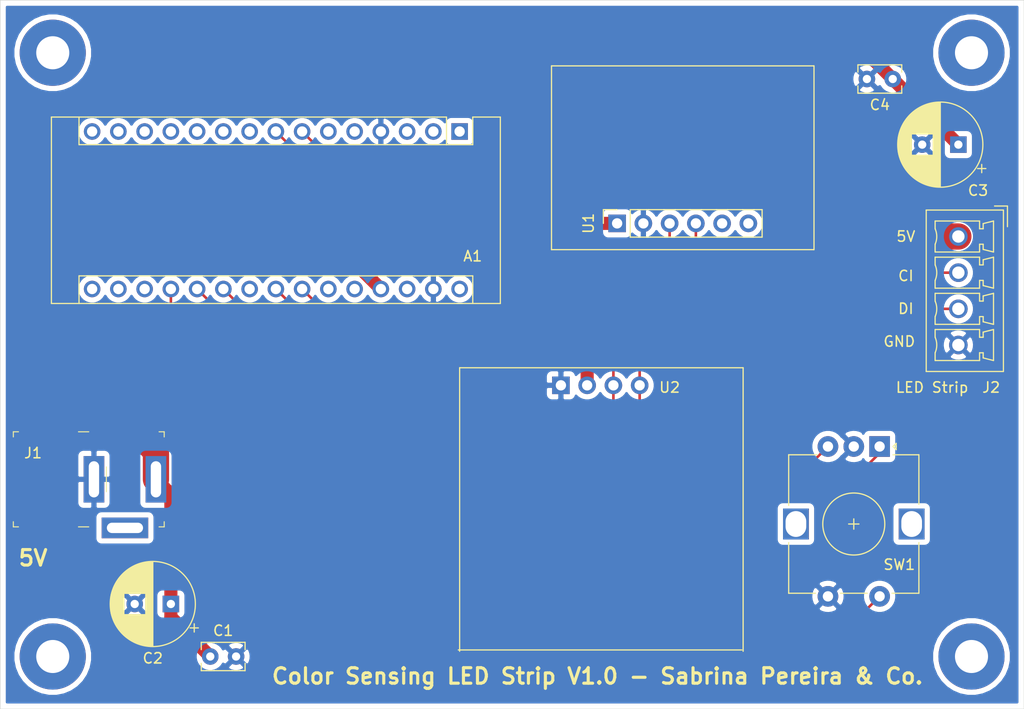
<source format=kicad_pcb>
(kicad_pcb (version 20171130) (host pcbnew "(5.1.6)-1")

  (general
    (thickness 1.6)
    (drawings 11)
    (tracks 56)
    (zones 0)
    (modules 14)
    (nets 33)
  )

  (page A4)
  (layers
    (0 F.Cu signal)
    (31 B.Cu signal)
    (32 B.Adhes user)
    (33 F.Adhes user)
    (34 B.Paste user)
    (35 F.Paste user)
    (36 B.SilkS user)
    (37 F.SilkS user)
    (38 B.Mask user)
    (39 F.Mask user)
    (40 Dwgs.User user)
    (41 Cmts.User user)
    (42 Eco1.User user)
    (43 Eco2.User user)
    (44 Edge.Cuts user)
    (45 Margin user)
    (46 B.CrtYd user)
    (47 F.CrtYd user)
    (48 B.Fab user)
    (49 F.Fab user hide)
  )

  (setup
    (last_trace_width 0.25)
    (user_trace_width 0.508)
    (user_trace_width 1.27)
    (user_trace_width 2.54)
    (trace_clearance 0.2)
    (zone_clearance 0.508)
    (zone_45_only no)
    (trace_min 0.2)
    (via_size 0.8)
    (via_drill 0.4)
    (via_min_size 0.4)
    (via_min_drill 0.3)
    (uvia_size 0.3)
    (uvia_drill 0.1)
    (uvias_allowed no)
    (uvia_min_size 0.2)
    (uvia_min_drill 0.1)
    (edge_width 0.05)
    (segment_width 0.2)
    (pcb_text_width 0.3)
    (pcb_text_size 1.5 1.5)
    (mod_edge_width 0.12)
    (mod_text_size 1 1)
    (mod_text_width 0.15)
    (pad_size 6.4 6.4)
    (pad_drill 3.200001)
    (pad_to_mask_clearance 0.05)
    (aux_axis_origin 0 0)
    (visible_elements 7FFFFFFF)
    (pcbplotparams
      (layerselection 0x010f0_ffffffff)
      (usegerberextensions false)
      (usegerberattributes true)
      (usegerberadvancedattributes true)
      (creategerberjobfile true)
      (excludeedgelayer true)
      (linewidth 0.100000)
      (plotframeref false)
      (viasonmask false)
      (mode 1)
      (useauxorigin false)
      (hpglpennumber 1)
      (hpglpenspeed 20)
      (hpglpendiameter 15.000000)
      (psnegative false)
      (psa4output false)
      (plotreference true)
      (plotvalue false)
      (plotinvisibletext false)
      (padsonsilk false)
      (subtractmaskfromsilk false)
      (outputformat 1)
      (mirror false)
      (drillshape 0)
      (scaleselection 1)
      (outputdirectory "Gerbers/"))
  )

  (net 0 "")
  (net 1 "Net-(A1-Pad16)")
  (net 2 "Net-(A1-Pad15)")
  (net 3 "Net-(A1-Pad30)")
  (net 4 "Net-(A1-Pad14)")
  (net 5 GND)
  (net 6 "Net-(A1-Pad13)")
  (net 7 "Net-(A1-Pad28)")
  (net 8 "Net-(A1-Pad12)")
  (net 9 +5V)
  (net 10 "Net-(A1-Pad11)")
  (net 11 "Net-(A1-Pad26)")
  (net 12 "Net-(A1-Pad10)")
  (net 13 "Net-(A1-Pad25)")
  (net 14 "Net-(A1-Pad9)")
  (net 15 I2C_SCL)
  (net 16 LED_DI)
  (net 17 I2C_SDA)
  (net 18 LED_CI)
  (net 19 "Net-(A1-Pad22)")
  (net 20 "Net-(A1-Pad6)")
  (net 21 ENCODER_B)
  (net 22 "Net-(A1-Pad5)")
  (net 23 ENCODER_A)
  (net 24 ENCODER_SW)
  (net 25 "Net-(A1-Pad3)")
  (net 26 "Net-(A1-Pad18)")
  (net 27 "Net-(A1-Pad2)")
  (net 28 "Net-(A1-Pad17)")
  (net 29 "Net-(A1-Pad1)")
  (net 30 "Net-(J1-Pad3)")
  (net 31 "Net-(U1-Pad6)")
  (net 32 "Net-(U1-Pad5)")

  (net_class Default "This is the default net class."
    (clearance 0.2)
    (trace_width 0.25)
    (via_dia 0.8)
    (via_drill 0.4)
    (uvia_dia 0.3)
    (uvia_drill 0.1)
    (add_net +5V)
    (add_net ENCODER_A)
    (add_net ENCODER_B)
    (add_net ENCODER_SW)
    (add_net GND)
    (add_net I2C_SCL)
    (add_net I2C_SDA)
    (add_net LED_CI)
    (add_net LED_DI)
    (add_net "Net-(A1-Pad1)")
    (add_net "Net-(A1-Pad10)")
    (add_net "Net-(A1-Pad11)")
    (add_net "Net-(A1-Pad12)")
    (add_net "Net-(A1-Pad13)")
    (add_net "Net-(A1-Pad14)")
    (add_net "Net-(A1-Pad15)")
    (add_net "Net-(A1-Pad16)")
    (add_net "Net-(A1-Pad17)")
    (add_net "Net-(A1-Pad18)")
    (add_net "Net-(A1-Pad2)")
    (add_net "Net-(A1-Pad22)")
    (add_net "Net-(A1-Pad25)")
    (add_net "Net-(A1-Pad26)")
    (add_net "Net-(A1-Pad28)")
    (add_net "Net-(A1-Pad3)")
    (add_net "Net-(A1-Pad30)")
    (add_net "Net-(A1-Pad5)")
    (add_net "Net-(A1-Pad6)")
    (add_net "Net-(A1-Pad9)")
    (add_net "Net-(J1-Pad3)")
    (add_net "Net-(U1-Pad5)")
    (add_net "Net-(U1-Pad6)")
  )

  (module Connector_Phoenix_MC:PhoenixContact_MCV_1,5_4-G-3.5_1x04_P3.50mm_Vertical (layer F.Cu) (tedit 5F9F7D55) (tstamp 5F9FA7E6)
    (at 207.01 80.01 270)
    (descr "Generic Phoenix Contact connector footprint for: MCV_1,5/4-G-3.5; number of pins: 04; pin pitch: 3.50mm; Vertical || order number: 1843622 8A 160V")
    (tags "phoenix_contact connector MCV_01x04_G_3.5mm")
    (path /5F8E2FFC)
    (fp_text reference J2 (at 14.605 -3.175 180) (layer F.SilkS)
      (effects (font (size 1 1) (thickness 0.15)))
    )
    (fp_text value "4-Wire Screw Terminal" (at 5.25 4.2 270) (layer F.Fab)
      (effects (font (size 1 1) (thickness 0.15)))
    )
    (fp_line (start -2.56 -4.36) (end -2.56 3.11) (layer F.SilkS) (width 0.12))
    (fp_line (start -2.56 3.11) (end 13.06 3.11) (layer F.SilkS) (width 0.12))
    (fp_line (start 13.06 3.11) (end 13.06 -4.36) (layer F.SilkS) (width 0.12))
    (fp_line (start 13.06 -4.36) (end -2.56 -4.36) (layer F.SilkS) (width 0.12))
    (fp_line (start -2.45 -4.25) (end -2.45 3) (layer F.Fab) (width 0.1))
    (fp_line (start -2.45 3) (end 12.95 3) (layer F.Fab) (width 0.1))
    (fp_line (start 12.95 3) (end 12.95 -4.25) (layer F.Fab) (width 0.1))
    (fp_line (start 12.95 -4.25) (end -2.45 -4.25) (layer F.Fab) (width 0.1))
    (fp_line (start -0.75 2.25) (end -1.5 2.25) (layer F.SilkS) (width 0.12))
    (fp_line (start -1.5 2.25) (end -1.5 -2.05) (layer F.SilkS) (width 0.12))
    (fp_line (start -1.5 -2.05) (end -0.75 -2.05) (layer F.SilkS) (width 0.12))
    (fp_line (start -0.75 -2.05) (end -0.75 -2.4) (layer F.SilkS) (width 0.12))
    (fp_line (start -0.75 -2.4) (end -1.25 -2.4) (layer F.SilkS) (width 0.12))
    (fp_line (start -1.25 -2.4) (end -1.5 -3.4) (layer F.SilkS) (width 0.12))
    (fp_line (start -1.5 -3.4) (end 1.5 -3.4) (layer F.SilkS) (width 0.12))
    (fp_line (start 1.5 -3.4) (end 1.25 -2.4) (layer F.SilkS) (width 0.12))
    (fp_line (start 1.25 -2.4) (end 0.75 -2.4) (layer F.SilkS) (width 0.12))
    (fp_line (start 0.75 -2.4) (end 0.75 -2.05) (layer F.SilkS) (width 0.12))
    (fp_line (start 0.75 -2.05) (end 1.5 -2.05) (layer F.SilkS) (width 0.12))
    (fp_line (start 1.5 -2.05) (end 1.5 2.25) (layer F.SilkS) (width 0.12))
    (fp_line (start 1.5 2.25) (end 0.75 2.25) (layer F.SilkS) (width 0.12))
    (fp_line (start 2.75 2.25) (end 2 2.25) (layer F.SilkS) (width 0.12))
    (fp_line (start 2 2.25) (end 2 -2.05) (layer F.SilkS) (width 0.12))
    (fp_line (start 2 -2.05) (end 2.75 -2.05) (layer F.SilkS) (width 0.12))
    (fp_line (start 2.75 -2.05) (end 2.75 -2.4) (layer F.SilkS) (width 0.12))
    (fp_line (start 2.75 -2.4) (end 2.25 -2.4) (layer F.SilkS) (width 0.12))
    (fp_line (start 2.25 -2.4) (end 2 -3.4) (layer F.SilkS) (width 0.12))
    (fp_line (start 2 -3.4) (end 5 -3.4) (layer F.SilkS) (width 0.12))
    (fp_line (start 5 -3.4) (end 4.75 -2.4) (layer F.SilkS) (width 0.12))
    (fp_line (start 4.75 -2.4) (end 4.25 -2.4) (layer F.SilkS) (width 0.12))
    (fp_line (start 4.25 -2.4) (end 4.25 -2.05) (layer F.SilkS) (width 0.12))
    (fp_line (start 4.25 -2.05) (end 5 -2.05) (layer F.SilkS) (width 0.12))
    (fp_line (start 5 -2.05) (end 5 2.25) (layer F.SilkS) (width 0.12))
    (fp_line (start 5 2.25) (end 4.25 2.25) (layer F.SilkS) (width 0.12))
    (fp_line (start 6.25 2.25) (end 5.5 2.25) (layer F.SilkS) (width 0.12))
    (fp_line (start 5.5 2.25) (end 5.5 -2.05) (layer F.SilkS) (width 0.12))
    (fp_line (start 5.5 -2.05) (end 6.25 -2.05) (layer F.SilkS) (width 0.12))
    (fp_line (start 6.25 -2.05) (end 6.25 -2.4) (layer F.SilkS) (width 0.12))
    (fp_line (start 6.25 -2.4) (end 5.75 -2.4) (layer F.SilkS) (width 0.12))
    (fp_line (start 5.75 -2.4) (end 5.5 -3.4) (layer F.SilkS) (width 0.12))
    (fp_line (start 5.5 -3.4) (end 8.5 -3.4) (layer F.SilkS) (width 0.12))
    (fp_line (start 8.5 -3.4) (end 8.25 -2.4) (layer F.SilkS) (width 0.12))
    (fp_line (start 8.25 -2.4) (end 7.75 -2.4) (layer F.SilkS) (width 0.12))
    (fp_line (start 7.75 -2.4) (end 7.75 -2.05) (layer F.SilkS) (width 0.12))
    (fp_line (start 7.75 -2.05) (end 8.5 -2.05) (layer F.SilkS) (width 0.12))
    (fp_line (start 8.5 -2.05) (end 8.5 2.25) (layer F.SilkS) (width 0.12))
    (fp_line (start 8.5 2.25) (end 7.75 2.25) (layer F.SilkS) (width 0.12))
    (fp_line (start 9.75 2.25) (end 9 2.25) (layer F.SilkS) (width 0.12))
    (fp_line (start 9 2.25) (end 9 -2.05) (layer F.SilkS) (width 0.12))
    (fp_line (start 9 -2.05) (end 9.75 -2.05) (layer F.SilkS) (width 0.12))
    (fp_line (start 9.75 -2.05) (end 9.75 -2.4) (layer F.SilkS) (width 0.12))
    (fp_line (start 9.75 -2.4) (end 9.25 -2.4) (layer F.SilkS) (width 0.12))
    (fp_line (start 9.25 -2.4) (end 9 -3.4) (layer F.SilkS) (width 0.12))
    (fp_line (start 9 -3.4) (end 12 -3.4) (layer F.SilkS) (width 0.12))
    (fp_line (start 12 -3.4) (end 11.75 -2.4) (layer F.SilkS) (width 0.12))
    (fp_line (start 11.75 -2.4) (end 11.25 -2.4) (layer F.SilkS) (width 0.12))
    (fp_line (start 11.25 -2.4) (end 11.25 -2.05) (layer F.SilkS) (width 0.12))
    (fp_line (start 11.25 -2.05) (end 12 -2.05) (layer F.SilkS) (width 0.12))
    (fp_line (start 12 -2.05) (end 12 2.25) (layer F.SilkS) (width 0.12))
    (fp_line (start 12 2.25) (end 11.25 2.25) (layer F.SilkS) (width 0.12))
    (fp_line (start -2.95 -4.75) (end -2.95 3.5) (layer F.CrtYd) (width 0.05))
    (fp_line (start -2.95 3.5) (end 13.45 3.5) (layer F.CrtYd) (width 0.05))
    (fp_line (start 13.45 3.5) (end 13.45 -4.75) (layer F.CrtYd) (width 0.05))
    (fp_line (start 13.45 -4.75) (end -2.95 -4.75) (layer F.CrtYd) (width 0.05))
    (fp_line (start -2.95 -3.5) (end -2.95 -4.75) (layer F.SilkS) (width 0.12))
    (fp_line (start -2.95 -4.75) (end -0.95 -4.75) (layer F.SilkS) (width 0.12))
    (fp_line (start -2.95 -3.5) (end -2.95 -4.75) (layer F.Fab) (width 0.1))
    (fp_line (start -2.95 -4.75) (end -0.95 -4.75) (layer F.Fab) (width 0.1))
    (fp_text user %R (at 5.25 -3.55 270) (layer F.Fab)
      (effects (font (size 1 1) (thickness 0.15)))
    )
    (fp_arc (start 10.5 3.95) (end 9.75 2.25) (angle 47.6) (layer F.SilkS) (width 0.12))
    (fp_arc (start 7 3.95) (end 6.25 2.25) (angle 47.6) (layer F.SilkS) (width 0.12))
    (fp_arc (start 3.5 3.95) (end 2.75 2.25) (angle 47.6) (layer F.SilkS) (width 0.12))
    (fp_arc (start 0 3.95) (end -0.75 2.25) (angle 47.6) (layer F.SilkS) (width 0.12))
    (pad 4 thru_hole circle (at 10.5 0 270) (size 1.8 1.8) (drill 1.2) (layers *.Cu *.Mask)
      (net 5 GND))
    (pad 3 thru_hole circle (at 7 0 270) (size 1.8 1.8) (drill 1.2) (layers *.Cu *.Mask)
      (net 16 LED_DI))
    (pad 2 thru_hole circle (at 3.5 0 270) (size 1.8 1.8) (drill 1.2) (layers *.Cu *.Mask)
      (net 18 LED_CI))
    (pad 1 thru_hole circle (at 0 0 270) (size 1.8 1.8) (drill 1.2) (layers *.Cu *.Mask)
      (net 9 +5V))
    (model ${KISYS3DMOD}/Connector_Phoenix_MC.3dshapes/PhoenixContact_MCV_1,5_4-G-3.5_1x04_P3.50mm_Vertical.wrl
      (at (xyz 0 0 0))
      (scale (xyz 1 1 1))
      (rotate (xyz 0 0 0))
    )
  )

  (module MountingHole:MountingHole_3.2mm_M3_Pad (layer F.Cu) (tedit 56D1B4CB) (tstamp 5F9F9D38)
    (at 119.38 120.65)
    (descr "Mounting Hole 3.2mm, M3")
    (tags "mounting hole 3.2mm m3")
    (attr virtual)
    (fp_text reference REF** (at 0 -4.2) (layer F.SilkS) hide
      (effects (font (size 1 1) (thickness 0.15)))
    )
    (fp_text value MountingHole_3.2mm_M3_Pad (at 0 4.2) (layer F.Fab) hide
      (effects (font (size 1 1) (thickness 0.15)))
    )
    (fp_circle (center 0 0) (end 3.45 0) (layer F.CrtYd) (width 0.05))
    (fp_circle (center 0 0) (end 3.2 0) (layer Cmts.User) (width 0.15))
    (fp_text user %R (at 0.3 0) (layer F.Fab) hide
      (effects (font (size 1 1) (thickness 0.15)))
    )
    (pad 1 thru_hole circle (at 0 0) (size 6.4 6.4) (drill 3.2) (layers *.Cu *.Mask))
  )

  (module MountingHole:MountingHole_3.2mm_M3_Pad (layer F.Cu) (tedit 56D1B4CB) (tstamp 5F9F9D1A)
    (at 119.38 62.23)
    (descr "Mounting Hole 3.2mm, M3")
    (tags "mounting hole 3.2mm m3")
    (attr virtual)
    (fp_text reference REF** (at 0 -4.2) (layer F.SilkS) hide
      (effects (font (size 1 1) (thickness 0.15)))
    )
    (fp_text value MountingHole_3.2mm_M3_Pad (at 0 4.2) (layer F.Fab) hide
      (effects (font (size 1 1) (thickness 0.15)))
    )
    (fp_circle (center 0 0) (end 3.45 0) (layer F.CrtYd) (width 0.05))
    (fp_circle (center 0 0) (end 3.2 0) (layer Cmts.User) (width 0.15))
    (fp_text user %R (at 0.3 0) (layer F.Fab) hide
      (effects (font (size 1 1) (thickness 0.15)))
    )
    (pad 1 thru_hole circle (at 0 0) (size 6.4 6.4) (drill 3.2) (layers *.Cu *.Mask))
  )

  (module MountingHole:MountingHole_3.2mm_M3_Pad (layer F.Cu) (tedit 56D1B4CB) (tstamp 5F9F9CFB)
    (at 208.28 62.23)
    (descr "Mounting Hole 3.2mm, M3")
    (tags "mounting hole 3.2mm m3")
    (attr virtual)
    (fp_text reference REF** (at 0 -4.2) (layer F.SilkS) hide
      (effects (font (size 1 1) (thickness 0.15)))
    )
    (fp_text value MountingHole_3.2mm_M3_Pad (at 0 4.2) (layer F.Fab) hide
      (effects (font (size 1 1) (thickness 0.15)))
    )
    (fp_circle (center 0 0) (end 3.45 0) (layer F.CrtYd) (width 0.05))
    (fp_circle (center 0 0) (end 3.2 0) (layer Cmts.User) (width 0.15))
    (fp_text user %R (at 0.3 0) (layer F.Fab) hide
      (effects (font (size 1 1) (thickness 0.15)))
    )
    (pad 1 thru_hole circle (at 0 0) (size 6.4 6.4) (drill 3.2) (layers *.Cu *.Mask))
  )

  (module MountingHole:MountingHole_3.2mm_M3_Pad (layer F.Cu) (tedit 5F9F6FC7) (tstamp 5F9F9C93)
    (at 208.28 120.65)
    (descr "Mounting Hole 3.2mm, M3")
    (tags "mounting hole 3.2mm m3")
    (attr virtual)
    (fp_text reference REF** (at 0 -4.2) (layer F.SilkS) hide
      (effects (font (size 1 1) (thickness 0.15)))
    )
    (fp_text value MountingHole_3.2mm_M3_Pad (at 0 4.2) (layer F.Fab) hide
      (effects (font (size 1 1) (thickness 0.15)))
    )
    (fp_circle (center 0 0) (end 3.45 0) (layer F.CrtYd) (width 0.05))
    (fp_circle (center 0 0) (end 3.2 0) (layer Cmts.User) (width 0.15))
    (fp_text user %R (at 0.3 0) (layer F.Fab) hide
      (effects (font (size 1 1) (thickness 0.15)))
    )
    (pad 1 thru_hole circle (at 0 0) (size 6.4 6.4) (drill 3.200001) (layers *.Cu *.Mask))
  )

  (module MicrocontrollersProject:Adafruit_AS7341_PinSocket (layer F.Cu) (tedit 5F9AF025) (tstamp 5F9F79BE)
    (at 180.34 81.28 90)
    (descr "Through hole straight socket strip, 1x06, 2.54mm pitch, single row (from Kicad 4.0.7), script generated")
    (tags "Through hole socket strip THT 1x06 2.54mm single row")
    (path /5F8D7A4F)
    (fp_text reference U1 (at 2.54 -9.12 90) (layer F.SilkS)
      (effects (font (size 1 1) (thickness 0.15)))
    )
    (fp_text value Adafruit_AS7341 (at 8.89 0) (layer F.Fab)
      (effects (font (size 1 1) (thickness 0.15)))
    )
    (fp_line (start 17.78 -12.7) (end 0 -12.7) (layer F.SilkS) (width 0.12))
    (fp_line (start 17.78 12.7) (end 17.78 -12.7) (layer F.SilkS) (width 0.12))
    (fp_line (start 0 12.7) (end 17.78 12.7) (layer F.SilkS) (width 0.12))
    (fp_line (start 0 -12.7) (end 0 12.7) (layer F.SilkS) (width 0.12))
    (fp_line (start 1.27 -7.62) (end 3.175 -7.62) (layer F.Fab) (width 0.1))
    (fp_line (start 3.175 -7.62) (end 3.81 -6.985) (layer F.Fab) (width 0.1))
    (fp_line (start 3.81 -6.985) (end 3.81 7.62) (layer F.Fab) (width 0.1))
    (fp_line (start 3.81 7.62) (end 1.27 7.62) (layer F.Fab) (width 0.1))
    (fp_line (start 1.27 7.62) (end 1.27 -7.62) (layer F.Fab) (width 0.1))
    (fp_line (start 1.21 -5.08) (end 3.87 -5.08) (layer F.SilkS) (width 0.12))
    (fp_line (start 1.21 -5.08) (end 1.21 7.68) (layer F.SilkS) (width 0.12))
    (fp_line (start 1.21 7.68) (end 3.87 7.68) (layer F.SilkS) (width 0.12))
    (fp_line (start 3.87 -5.08) (end 3.87 7.68) (layer F.SilkS) (width 0.12))
    (fp_line (start 3.87 -7.68) (end 3.87 -6.35) (layer F.SilkS) (width 0.12))
    (fp_line (start 2.54 -7.68) (end 3.87 -7.68) (layer F.SilkS) (width 0.12))
    (fp_line (start 0.74 -8.15) (end 4.29 -8.15) (layer F.CrtYd) (width 0.05))
    (fp_line (start 4.29 -8.15) (end 4.29 8.1) (layer F.CrtYd) (width 0.05))
    (fp_line (start 4.29 8.1) (end 0.74 8.1) (layer F.CrtYd) (width 0.05))
    (fp_line (start 0.74 8.1) (end 0.74 -8.15) (layer F.CrtYd) (width 0.05))
    (pad 6 thru_hole oval (at 2.54 6.35 90) (size 1.7 1.7) (drill 1) (layers *.Cu *.Mask)
      (net 31 "Net-(U1-Pad6)"))
    (pad 5 thru_hole oval (at 2.54 3.81 90) (size 1.7 1.7) (drill 1) (layers *.Cu *.Mask)
      (net 32 "Net-(U1-Pad5)"))
    (pad 4 thru_hole oval (at 2.54 1.27 90) (size 1.7 1.7) (drill 1) (layers *.Cu *.Mask)
      (net 17 I2C_SDA))
    (pad 3 thru_hole oval (at 2.54 -1.27 90) (size 1.7 1.7) (drill 1) (layers *.Cu *.Mask)
      (net 15 I2C_SCL))
    (pad 2 thru_hole oval (at 2.54 -3.81 90) (size 1.7 1.7) (drill 1) (layers *.Cu *.Mask)
      (net 5 GND))
    (pad 1 thru_hole rect (at 2.54 -6.35 90) (size 1.7 1.7) (drill 1) (layers *.Cu *.Mask)
      (net 9 +5V))
    (model ${KISYS3DMOD}/Connector_PinSocket_2.54mm.3dshapes/PinSocket_1x06_P2.54mm_Vertical.wrl
      (at (xyz 0 0 0))
      (scale (xyz 1 1 1))
      (rotate (xyz 0 0 0))
    )
  )

  (module MicrocontrollersProject:OLED_0.96 (layer F.Cu) (tedit 5F9AEFFD) (tstamp 5F9B3F48)
    (at 158.75 92.71)
    (descr "Adafruit SSD1306 OLED 1.3 inch 128x64 I2C & SPI https://learn.adafruit.com/monochrome-oled-breakouts/downloads")
    (tags "Adafruit SSD1306 OLED 1.3 inch 128x64 I2C & SPI ")
    (path /5F8CE77D)
    (fp_text reference U2 (at 20.32 1.905) (layer F.SilkS)
      (effects (font (size 1 1) (thickness 0.15)))
    )
    (fp_text value OLED (at 4.445 -1.27) (layer F.Fab)
      (effects (font (size 1 1) (thickness 0.15)))
    )
    (fp_line (start 27.432 0) (end 0 0) (layer F.SilkS) (width 0.12))
    (fp_line (start 27.432 27.432) (end 27.432 0) (layer F.SilkS) (width 0.12))
    (fp_line (start -0.127 27.305) (end 27.305 27.305) (layer F.SilkS) (width 0.12))
    (fp_line (start 0 0) (end 0 27.432) (layer F.SilkS) (width 0.12))
    (pad 4 thru_hole circle (at 17.42 1.7) (size 1.7 1.7) (drill 1) (layers *.Cu *.Mask)
      (net 17 I2C_SDA))
    (pad 3 thru_hole circle (at 14.88 1.7) (size 1.7 1.7) (drill 1) (layers *.Cu *.Mask)
      (net 15 I2C_SCL))
    (pad 2 thru_hole circle (at 12.34 1.7) (size 1.7 1.7) (drill 1) (layers *.Cu *.Mask)
      (net 9 +5V))
    (pad 1 thru_hole rect (at 9.8 1.7) (size 1.7 1.7) (drill 1) (layers *.Cu *.Mask)
      (net 5 GND))
    (model ${KISYS3DMOD}/Display.3dshapes/Adafruit_SSD1306.wrl
      (at (xyz 0 0 0))
      (scale (xyz 1 1 1))
      (rotate (xyz 0 0 0))
    )
  )

  (module Rotary_Encoder:RotaryEncoder_Alps_EC12E-Switch_Vertical_H20mm (layer F.Cu) (tedit 5A64F492) (tstamp 5F9B3F19)
    (at 199.39 100.33 270)
    (descr "Alps rotary encoder, EC12E... with switch, vertical shaft, http://www.alps.com/prod/info/E/HTML/Encoder/Incremental/EC12E/EC12E1240405.html & http://cdn-reichelt.de/documents/datenblatt/F100/402097STEC12E08.PDF")
    (tags "rotary encoder")
    (path /5F8FB728)
    (fp_text reference SW1 (at 11.43 -1.905 180) (layer F.SilkS)
      (effects (font (size 1 1) (thickness 0.15)))
    )
    (fp_text value Rotary_Encoder_Switch (at 7.5 10.4 90) (layer F.Fab)
      (effects (font (size 1 1) (thickness 0.15)))
    )
    (fp_line (start 7 2.5) (end 8 2.5) (layer F.SilkS) (width 0.12))
    (fp_line (start 7.5 2) (end 7.5 3) (layer F.SilkS) (width 0.12))
    (fp_line (start 14.2 6.2) (end 14.2 8.8) (layer F.SilkS) (width 0.12))
    (fp_line (start 14.2 1.2) (end 14.2 3.8) (layer F.SilkS) (width 0.12))
    (fp_line (start 14.2 -3.8) (end 14.2 -1.2) (layer F.SilkS) (width 0.12))
    (fp_line (start 4.5 2.5) (end 10.5 2.5) (layer F.Fab) (width 0.12))
    (fp_line (start 7.5 -0.5) (end 7.5 5.5) (layer F.Fab) (width 0.12))
    (fp_line (start 0.3 -1.6) (end 0 -1.3) (layer F.SilkS) (width 0.12))
    (fp_line (start -0.3 -1.6) (end 0.3 -1.6) (layer F.SilkS) (width 0.12))
    (fp_line (start 0 -1.3) (end -0.3 -1.6) (layer F.SilkS) (width 0.12))
    (fp_line (start 0.8 -3.8) (end 0.8 -1.3) (layer F.SilkS) (width 0.12))
    (fp_line (start 5.6 -3.8) (end 0.8 -3.8) (layer F.SilkS) (width 0.12))
    (fp_line (start 0.8 8.8) (end 0.8 6) (layer F.SilkS) (width 0.12))
    (fp_line (start 5.7 8.8) (end 0.8 8.8) (layer F.SilkS) (width 0.12))
    (fp_line (start 14.2 8.8) (end 9.3 8.8) (layer F.SilkS) (width 0.12))
    (fp_line (start 9.3 -3.8) (end 14.2 -3.8) (layer F.SilkS) (width 0.12))
    (fp_line (start 0.9 -2.6) (end 1.9 -3.7) (layer F.Fab) (width 0.12))
    (fp_line (start 0.9 8.7) (end 0.9 -2.6) (layer F.Fab) (width 0.12))
    (fp_line (start 14.1 8.7) (end 0.9 8.7) (layer F.Fab) (width 0.12))
    (fp_line (start 14.1 -3.7) (end 14.1 8.7) (layer F.Fab) (width 0.12))
    (fp_line (start 1.9 -3.7) (end 14.1 -3.7) (layer F.Fab) (width 0.12))
    (fp_line (start -1.5 -4.85) (end 16 -4.85) (layer F.CrtYd) (width 0.05))
    (fp_line (start -1.5 -4.85) (end -1.5 9.85) (layer F.CrtYd) (width 0.05))
    (fp_line (start 16 9.85) (end 16 -4.85) (layer F.CrtYd) (width 0.05))
    (fp_line (start 16 9.85) (end -1.5 9.85) (layer F.CrtYd) (width 0.05))
    (fp_circle (center 7.5 2.5) (end 10.5 2.5) (layer F.SilkS) (width 0.12))
    (fp_circle (center 7.5 2.5) (end 10.5 2.5) (layer F.Fab) (width 0.12))
    (fp_text user %R (at 11.5 6.6 90) (layer F.Fab)
      (effects (font (size 1 1) (thickness 0.15)))
    )
    (pad A thru_hole rect (at 0 0 270) (size 2 2) (drill 1) (layers *.Cu *.Mask)
      (net 23 ENCODER_A))
    (pad C thru_hole circle (at 0 2.5 270) (size 2 2) (drill 1) (layers *.Cu *.Mask)
      (net 5 GND))
    (pad B thru_hole circle (at 0 5 270) (size 2 2) (drill 1) (layers *.Cu *.Mask)
      (net 21 ENCODER_B))
    (pad MP thru_hole rect (at 7.5 -3.1 270) (size 3 2.5) (drill oval 2.5 2) (layers *.Cu *.Mask))
    (pad MP thru_hole rect (at 7.5 8.1 270) (size 3 2.5) (drill oval 2.5 2) (layers *.Cu *.Mask))
    (pad S1 thru_hole circle (at 14.5 0 270) (size 2 2) (drill 1) (layers *.Cu *.Mask)
      (net 24 ENCODER_SW))
    (pad S2 thru_hole circle (at 14.5 5 270) (size 2 2) (drill 1) (layers *.Cu *.Mask)
      (net 5 GND))
    (model ${KISYS3DMOD}/Rotary_Encoder.3dshapes/RotaryEncoder_Alps_EC12E-Switch_Vertical_H20mm.wrl
      (at (xyz 0 0 0))
      (scale (xyz 1 1 1))
      (rotate (xyz 0 0 0))
    )
  )

  (module digikey-footprints:Barrel_Jack_5.5mmODx2.1mmID_PJ-202A (layer F.Cu) (tedit 5CAD1432) (tstamp 5F9B3EA1)
    (at 126.365 103.505 90)
    (path /5F8D3804)
    (fp_text reference J1 (at 2.54 -8.89 180) (layer F.SilkS)
      (effects (font (size 1 1) (thickness 0.15)))
    )
    (fp_text value Barrel_Jack_Switch (at 0 5.8 90) (layer F.Fab)
      (effects (font (size 1 1) (thickness 0.15)))
    )
    (fp_line (start -5.9 4.2) (end 4.8 4.2) (layer F.CrtYd) (width 0.05))
    (fp_line (start 4.8 -11) (end 4.8 4.2) (layer F.CrtYd) (width 0.05))
    (fp_line (start -5.9 -11) (end -5.9 4.2) (layer F.CrtYd) (width 0.05))
    (fp_line (start -5.9 -11) (end 4.8 -11) (layer F.CrtYd) (width 0.05))
    (fp_line (start 4.6 -3.5) (end 4.6 -4.5) (layer F.SilkS) (width 0.1))
    (fp_line (start -4.6 -3.5) (end -4.6 -4.5) (layer F.SilkS) (width 0.1))
    (fp_line (start 4.6 -10.8) (end 4.6 -10.3) (layer F.SilkS) (width 0.1))
    (fp_line (start 4.6 -10.8) (end 4.1 -10.8) (layer F.SilkS) (width 0.1))
    (fp_line (start -4.6 -10.8) (end -4.1 -10.8) (layer F.SilkS) (width 0.1))
    (fp_line (start -4.6 -10.8) (end -4.6 -10.3) (layer F.SilkS) (width 0.1))
    (fp_line (start -1.2 -1.8) (end 1.2 -1.8) (layer F.SilkS) (width 0.1))
    (fp_line (start -4.6 3.8) (end -4.6 3.3) (layer F.SilkS) (width 0.1))
    (fp_line (start -4.6 3.8) (end -4.1 3.8) (layer F.SilkS) (width 0.1))
    (fp_line (start 4.6 3.8) (end 4.6 3.3) (layer F.SilkS) (width 0.1))
    (fp_line (start 4.6 3.8) (end 4.1 3.8) (layer F.SilkS) (width 0.1))
    (fp_line (start -4.5 -10.7) (end 4.5 -10.7) (layer F.Fab) (width 0.1))
    (fp_line (start 4.5 3.7) (end 4.5 -10.7) (layer F.Fab) (width 0.1))
    (fp_line (start -4.5 3.7) (end -4.5 -10.7) (layer F.Fab) (width 0.1))
    (fp_line (start -4.5 3.7) (end 4.5 3.7) (layer F.Fab) (width 0.1))
    (pad 2 thru_hole rect (at 0 -3 90) (size 4.5 2) (drill oval 3.5 1) (layers *.Cu *.Mask)
      (net 5 GND))
    (pad 1 thru_hole rect (at 0 3 90) (size 4.5 2) (drill oval 3.5 1) (layers *.Cu *.Mask)
      (net 9 +5V))
    (pad 3 thru_hole rect (at -4.7 0 90) (size 2 4.5) (drill oval 1 3.5) (layers *.Cu *.Mask)
      (net 30 "Net-(J1-Pad3)"))
  )

  (module Capacitor_THT:C_Rect_L4.0mm_W2.5mm_P2.50mm (layer F.Cu) (tedit 5AE50EF0) (tstamp 5F9B4FFC)
    (at 200.66 64.77 180)
    (descr "C, Rect series, Radial, pin pitch=2.50mm, , length*width=4*2.5mm^2, Capacitor")
    (tags "C Rect series Radial pin pitch 2.50mm  length 4mm width 2.5mm Capacitor")
    (path /5F9356A9)
    (fp_text reference C4 (at 1.25 -2.5) (layer F.SilkS)
      (effects (font (size 1 1) (thickness 0.15)))
    )
    (fp_text value "0.1 uf" (at 1.25 2.5) (layer F.Fab)
      (effects (font (size 1 1) (thickness 0.15)))
    )
    (fp_line (start -0.75 -1.25) (end -0.75 1.25) (layer F.Fab) (width 0.1))
    (fp_line (start -0.75 1.25) (end 3.25 1.25) (layer F.Fab) (width 0.1))
    (fp_line (start 3.25 1.25) (end 3.25 -1.25) (layer F.Fab) (width 0.1))
    (fp_line (start 3.25 -1.25) (end -0.75 -1.25) (layer F.Fab) (width 0.1))
    (fp_line (start -0.87 -1.37) (end 3.37 -1.37) (layer F.SilkS) (width 0.12))
    (fp_line (start -0.87 1.37) (end 3.37 1.37) (layer F.SilkS) (width 0.12))
    (fp_line (start -0.87 -1.37) (end -0.87 -0.665) (layer F.SilkS) (width 0.12))
    (fp_line (start -0.87 0.665) (end -0.87 1.37) (layer F.SilkS) (width 0.12))
    (fp_line (start 3.37 -1.37) (end 3.37 -0.665) (layer F.SilkS) (width 0.12))
    (fp_line (start 3.37 0.665) (end 3.37 1.37) (layer F.SilkS) (width 0.12))
    (fp_line (start -1.05 -1.5) (end -1.05 1.5) (layer F.CrtYd) (width 0.05))
    (fp_line (start -1.05 1.5) (end 3.55 1.5) (layer F.CrtYd) (width 0.05))
    (fp_line (start 3.55 1.5) (end 3.55 -1.5) (layer F.CrtYd) (width 0.05))
    (fp_line (start 3.55 -1.5) (end -1.05 -1.5) (layer F.CrtYd) (width 0.05))
    (fp_text user %R (at 1.25 0) (layer F.Fab)
      (effects (font (size 0.8 0.8) (thickness 0.12)))
    )
    (pad 2 thru_hole circle (at 2.5 0 180) (size 1.6 1.6) (drill 0.8) (layers *.Cu *.Mask)
      (net 5 GND))
    (pad 1 thru_hole circle (at 0 0 180) (size 1.6 1.6) (drill 0.8) (layers *.Cu *.Mask)
      (net 9 +5V))
    (model ${KISYS3DMOD}/Capacitor_THT.3dshapes/C_Rect_L4.0mm_W2.5mm_P2.50mm.wrl
      (at (xyz 0 0 0))
      (scale (xyz 1 1 1))
      (rotate (xyz 0 0 0))
    )
  )

  (module Capacitor_THT:CP_Radial_D8.0mm_P3.50mm (layer F.Cu) (tedit 5AE50EF0) (tstamp 5F9B3E72)
    (at 207.01 71.12 180)
    (descr "CP, Radial series, Radial, pin pitch=3.50mm, , diameter=8mm, Electrolytic Capacitor")
    (tags "CP Radial series Radial pin pitch 3.50mm  diameter 8mm Electrolytic Capacitor")
    (path /5F934A0A)
    (fp_text reference C3 (at -1.905 -4.445) (layer F.SilkS)
      (effects (font (size 1 1) (thickness 0.15)))
    )
    (fp_text value "1000 uf" (at 1.75 5.25) (layer F.Fab)
      (effects (font (size 1 1) (thickness 0.15)))
    )
    (fp_circle (center 1.75 0) (end 5.75 0) (layer F.Fab) (width 0.1))
    (fp_circle (center 1.75 0) (end 5.87 0) (layer F.SilkS) (width 0.12))
    (fp_circle (center 1.75 0) (end 6 0) (layer F.CrtYd) (width 0.05))
    (fp_line (start -1.676759 -1.7475) (end -0.876759 -1.7475) (layer F.Fab) (width 0.1))
    (fp_line (start -1.276759 -2.1475) (end -1.276759 -1.3475) (layer F.Fab) (width 0.1))
    (fp_line (start 1.75 -4.08) (end 1.75 4.08) (layer F.SilkS) (width 0.12))
    (fp_line (start 1.79 -4.08) (end 1.79 4.08) (layer F.SilkS) (width 0.12))
    (fp_line (start 1.83 -4.08) (end 1.83 4.08) (layer F.SilkS) (width 0.12))
    (fp_line (start 1.87 -4.079) (end 1.87 4.079) (layer F.SilkS) (width 0.12))
    (fp_line (start 1.91 -4.077) (end 1.91 4.077) (layer F.SilkS) (width 0.12))
    (fp_line (start 1.95 -4.076) (end 1.95 4.076) (layer F.SilkS) (width 0.12))
    (fp_line (start 1.99 -4.074) (end 1.99 4.074) (layer F.SilkS) (width 0.12))
    (fp_line (start 2.03 -4.071) (end 2.03 4.071) (layer F.SilkS) (width 0.12))
    (fp_line (start 2.07 -4.068) (end 2.07 4.068) (layer F.SilkS) (width 0.12))
    (fp_line (start 2.11 -4.065) (end 2.11 4.065) (layer F.SilkS) (width 0.12))
    (fp_line (start 2.15 -4.061) (end 2.15 4.061) (layer F.SilkS) (width 0.12))
    (fp_line (start 2.19 -4.057) (end 2.19 4.057) (layer F.SilkS) (width 0.12))
    (fp_line (start 2.23 -4.052) (end 2.23 4.052) (layer F.SilkS) (width 0.12))
    (fp_line (start 2.27 -4.048) (end 2.27 4.048) (layer F.SilkS) (width 0.12))
    (fp_line (start 2.31 -4.042) (end 2.31 4.042) (layer F.SilkS) (width 0.12))
    (fp_line (start 2.35 -4.037) (end 2.35 4.037) (layer F.SilkS) (width 0.12))
    (fp_line (start 2.39 -4.03) (end 2.39 4.03) (layer F.SilkS) (width 0.12))
    (fp_line (start 2.43 -4.024) (end 2.43 4.024) (layer F.SilkS) (width 0.12))
    (fp_line (start 2.471 -4.017) (end 2.471 -1.04) (layer F.SilkS) (width 0.12))
    (fp_line (start 2.471 1.04) (end 2.471 4.017) (layer F.SilkS) (width 0.12))
    (fp_line (start 2.511 -4.01) (end 2.511 -1.04) (layer F.SilkS) (width 0.12))
    (fp_line (start 2.511 1.04) (end 2.511 4.01) (layer F.SilkS) (width 0.12))
    (fp_line (start 2.551 -4.002) (end 2.551 -1.04) (layer F.SilkS) (width 0.12))
    (fp_line (start 2.551 1.04) (end 2.551 4.002) (layer F.SilkS) (width 0.12))
    (fp_line (start 2.591 -3.994) (end 2.591 -1.04) (layer F.SilkS) (width 0.12))
    (fp_line (start 2.591 1.04) (end 2.591 3.994) (layer F.SilkS) (width 0.12))
    (fp_line (start 2.631 -3.985) (end 2.631 -1.04) (layer F.SilkS) (width 0.12))
    (fp_line (start 2.631 1.04) (end 2.631 3.985) (layer F.SilkS) (width 0.12))
    (fp_line (start 2.671 -3.976) (end 2.671 -1.04) (layer F.SilkS) (width 0.12))
    (fp_line (start 2.671 1.04) (end 2.671 3.976) (layer F.SilkS) (width 0.12))
    (fp_line (start 2.711 -3.967) (end 2.711 -1.04) (layer F.SilkS) (width 0.12))
    (fp_line (start 2.711 1.04) (end 2.711 3.967) (layer F.SilkS) (width 0.12))
    (fp_line (start 2.751 -3.957) (end 2.751 -1.04) (layer F.SilkS) (width 0.12))
    (fp_line (start 2.751 1.04) (end 2.751 3.957) (layer F.SilkS) (width 0.12))
    (fp_line (start 2.791 -3.947) (end 2.791 -1.04) (layer F.SilkS) (width 0.12))
    (fp_line (start 2.791 1.04) (end 2.791 3.947) (layer F.SilkS) (width 0.12))
    (fp_line (start 2.831 -3.936) (end 2.831 -1.04) (layer F.SilkS) (width 0.12))
    (fp_line (start 2.831 1.04) (end 2.831 3.936) (layer F.SilkS) (width 0.12))
    (fp_line (start 2.871 -3.925) (end 2.871 -1.04) (layer F.SilkS) (width 0.12))
    (fp_line (start 2.871 1.04) (end 2.871 3.925) (layer F.SilkS) (width 0.12))
    (fp_line (start 2.911 -3.914) (end 2.911 -1.04) (layer F.SilkS) (width 0.12))
    (fp_line (start 2.911 1.04) (end 2.911 3.914) (layer F.SilkS) (width 0.12))
    (fp_line (start 2.951 -3.902) (end 2.951 -1.04) (layer F.SilkS) (width 0.12))
    (fp_line (start 2.951 1.04) (end 2.951 3.902) (layer F.SilkS) (width 0.12))
    (fp_line (start 2.991 -3.889) (end 2.991 -1.04) (layer F.SilkS) (width 0.12))
    (fp_line (start 2.991 1.04) (end 2.991 3.889) (layer F.SilkS) (width 0.12))
    (fp_line (start 3.031 -3.877) (end 3.031 -1.04) (layer F.SilkS) (width 0.12))
    (fp_line (start 3.031 1.04) (end 3.031 3.877) (layer F.SilkS) (width 0.12))
    (fp_line (start 3.071 -3.863) (end 3.071 -1.04) (layer F.SilkS) (width 0.12))
    (fp_line (start 3.071 1.04) (end 3.071 3.863) (layer F.SilkS) (width 0.12))
    (fp_line (start 3.111 -3.85) (end 3.111 -1.04) (layer F.SilkS) (width 0.12))
    (fp_line (start 3.111 1.04) (end 3.111 3.85) (layer F.SilkS) (width 0.12))
    (fp_line (start 3.151 -3.835) (end 3.151 -1.04) (layer F.SilkS) (width 0.12))
    (fp_line (start 3.151 1.04) (end 3.151 3.835) (layer F.SilkS) (width 0.12))
    (fp_line (start 3.191 -3.821) (end 3.191 -1.04) (layer F.SilkS) (width 0.12))
    (fp_line (start 3.191 1.04) (end 3.191 3.821) (layer F.SilkS) (width 0.12))
    (fp_line (start 3.231 -3.805) (end 3.231 -1.04) (layer F.SilkS) (width 0.12))
    (fp_line (start 3.231 1.04) (end 3.231 3.805) (layer F.SilkS) (width 0.12))
    (fp_line (start 3.271 -3.79) (end 3.271 -1.04) (layer F.SilkS) (width 0.12))
    (fp_line (start 3.271 1.04) (end 3.271 3.79) (layer F.SilkS) (width 0.12))
    (fp_line (start 3.311 -3.774) (end 3.311 -1.04) (layer F.SilkS) (width 0.12))
    (fp_line (start 3.311 1.04) (end 3.311 3.774) (layer F.SilkS) (width 0.12))
    (fp_line (start 3.351 -3.757) (end 3.351 -1.04) (layer F.SilkS) (width 0.12))
    (fp_line (start 3.351 1.04) (end 3.351 3.757) (layer F.SilkS) (width 0.12))
    (fp_line (start 3.391 -3.74) (end 3.391 -1.04) (layer F.SilkS) (width 0.12))
    (fp_line (start 3.391 1.04) (end 3.391 3.74) (layer F.SilkS) (width 0.12))
    (fp_line (start 3.431 -3.722) (end 3.431 -1.04) (layer F.SilkS) (width 0.12))
    (fp_line (start 3.431 1.04) (end 3.431 3.722) (layer F.SilkS) (width 0.12))
    (fp_line (start 3.471 -3.704) (end 3.471 -1.04) (layer F.SilkS) (width 0.12))
    (fp_line (start 3.471 1.04) (end 3.471 3.704) (layer F.SilkS) (width 0.12))
    (fp_line (start 3.511 -3.686) (end 3.511 -1.04) (layer F.SilkS) (width 0.12))
    (fp_line (start 3.511 1.04) (end 3.511 3.686) (layer F.SilkS) (width 0.12))
    (fp_line (start 3.551 -3.666) (end 3.551 -1.04) (layer F.SilkS) (width 0.12))
    (fp_line (start 3.551 1.04) (end 3.551 3.666) (layer F.SilkS) (width 0.12))
    (fp_line (start 3.591 -3.647) (end 3.591 -1.04) (layer F.SilkS) (width 0.12))
    (fp_line (start 3.591 1.04) (end 3.591 3.647) (layer F.SilkS) (width 0.12))
    (fp_line (start 3.631 -3.627) (end 3.631 -1.04) (layer F.SilkS) (width 0.12))
    (fp_line (start 3.631 1.04) (end 3.631 3.627) (layer F.SilkS) (width 0.12))
    (fp_line (start 3.671 -3.606) (end 3.671 -1.04) (layer F.SilkS) (width 0.12))
    (fp_line (start 3.671 1.04) (end 3.671 3.606) (layer F.SilkS) (width 0.12))
    (fp_line (start 3.711 -3.584) (end 3.711 -1.04) (layer F.SilkS) (width 0.12))
    (fp_line (start 3.711 1.04) (end 3.711 3.584) (layer F.SilkS) (width 0.12))
    (fp_line (start 3.751 -3.562) (end 3.751 -1.04) (layer F.SilkS) (width 0.12))
    (fp_line (start 3.751 1.04) (end 3.751 3.562) (layer F.SilkS) (width 0.12))
    (fp_line (start 3.791 -3.54) (end 3.791 -1.04) (layer F.SilkS) (width 0.12))
    (fp_line (start 3.791 1.04) (end 3.791 3.54) (layer F.SilkS) (width 0.12))
    (fp_line (start 3.831 -3.517) (end 3.831 -1.04) (layer F.SilkS) (width 0.12))
    (fp_line (start 3.831 1.04) (end 3.831 3.517) (layer F.SilkS) (width 0.12))
    (fp_line (start 3.871 -3.493) (end 3.871 -1.04) (layer F.SilkS) (width 0.12))
    (fp_line (start 3.871 1.04) (end 3.871 3.493) (layer F.SilkS) (width 0.12))
    (fp_line (start 3.911 -3.469) (end 3.911 -1.04) (layer F.SilkS) (width 0.12))
    (fp_line (start 3.911 1.04) (end 3.911 3.469) (layer F.SilkS) (width 0.12))
    (fp_line (start 3.951 -3.444) (end 3.951 -1.04) (layer F.SilkS) (width 0.12))
    (fp_line (start 3.951 1.04) (end 3.951 3.444) (layer F.SilkS) (width 0.12))
    (fp_line (start 3.991 -3.418) (end 3.991 -1.04) (layer F.SilkS) (width 0.12))
    (fp_line (start 3.991 1.04) (end 3.991 3.418) (layer F.SilkS) (width 0.12))
    (fp_line (start 4.031 -3.392) (end 4.031 -1.04) (layer F.SilkS) (width 0.12))
    (fp_line (start 4.031 1.04) (end 4.031 3.392) (layer F.SilkS) (width 0.12))
    (fp_line (start 4.071 -3.365) (end 4.071 -1.04) (layer F.SilkS) (width 0.12))
    (fp_line (start 4.071 1.04) (end 4.071 3.365) (layer F.SilkS) (width 0.12))
    (fp_line (start 4.111 -3.338) (end 4.111 -1.04) (layer F.SilkS) (width 0.12))
    (fp_line (start 4.111 1.04) (end 4.111 3.338) (layer F.SilkS) (width 0.12))
    (fp_line (start 4.151 -3.309) (end 4.151 -1.04) (layer F.SilkS) (width 0.12))
    (fp_line (start 4.151 1.04) (end 4.151 3.309) (layer F.SilkS) (width 0.12))
    (fp_line (start 4.191 -3.28) (end 4.191 -1.04) (layer F.SilkS) (width 0.12))
    (fp_line (start 4.191 1.04) (end 4.191 3.28) (layer F.SilkS) (width 0.12))
    (fp_line (start 4.231 -3.25) (end 4.231 -1.04) (layer F.SilkS) (width 0.12))
    (fp_line (start 4.231 1.04) (end 4.231 3.25) (layer F.SilkS) (width 0.12))
    (fp_line (start 4.271 -3.22) (end 4.271 -1.04) (layer F.SilkS) (width 0.12))
    (fp_line (start 4.271 1.04) (end 4.271 3.22) (layer F.SilkS) (width 0.12))
    (fp_line (start 4.311 -3.189) (end 4.311 -1.04) (layer F.SilkS) (width 0.12))
    (fp_line (start 4.311 1.04) (end 4.311 3.189) (layer F.SilkS) (width 0.12))
    (fp_line (start 4.351 -3.156) (end 4.351 -1.04) (layer F.SilkS) (width 0.12))
    (fp_line (start 4.351 1.04) (end 4.351 3.156) (layer F.SilkS) (width 0.12))
    (fp_line (start 4.391 -3.124) (end 4.391 -1.04) (layer F.SilkS) (width 0.12))
    (fp_line (start 4.391 1.04) (end 4.391 3.124) (layer F.SilkS) (width 0.12))
    (fp_line (start 4.431 -3.09) (end 4.431 -1.04) (layer F.SilkS) (width 0.12))
    (fp_line (start 4.431 1.04) (end 4.431 3.09) (layer F.SilkS) (width 0.12))
    (fp_line (start 4.471 -3.055) (end 4.471 -1.04) (layer F.SilkS) (width 0.12))
    (fp_line (start 4.471 1.04) (end 4.471 3.055) (layer F.SilkS) (width 0.12))
    (fp_line (start 4.511 -3.019) (end 4.511 -1.04) (layer F.SilkS) (width 0.12))
    (fp_line (start 4.511 1.04) (end 4.511 3.019) (layer F.SilkS) (width 0.12))
    (fp_line (start 4.551 -2.983) (end 4.551 2.983) (layer F.SilkS) (width 0.12))
    (fp_line (start 4.591 -2.945) (end 4.591 2.945) (layer F.SilkS) (width 0.12))
    (fp_line (start 4.631 -2.907) (end 4.631 2.907) (layer F.SilkS) (width 0.12))
    (fp_line (start 4.671 -2.867) (end 4.671 2.867) (layer F.SilkS) (width 0.12))
    (fp_line (start 4.711 -2.826) (end 4.711 2.826) (layer F.SilkS) (width 0.12))
    (fp_line (start 4.751 -2.784) (end 4.751 2.784) (layer F.SilkS) (width 0.12))
    (fp_line (start 4.791 -2.741) (end 4.791 2.741) (layer F.SilkS) (width 0.12))
    (fp_line (start 4.831 -2.697) (end 4.831 2.697) (layer F.SilkS) (width 0.12))
    (fp_line (start 4.871 -2.651) (end 4.871 2.651) (layer F.SilkS) (width 0.12))
    (fp_line (start 4.911 -2.604) (end 4.911 2.604) (layer F.SilkS) (width 0.12))
    (fp_line (start 4.951 -2.556) (end 4.951 2.556) (layer F.SilkS) (width 0.12))
    (fp_line (start 4.991 -2.505) (end 4.991 2.505) (layer F.SilkS) (width 0.12))
    (fp_line (start 5.031 -2.454) (end 5.031 2.454) (layer F.SilkS) (width 0.12))
    (fp_line (start 5.071 -2.4) (end 5.071 2.4) (layer F.SilkS) (width 0.12))
    (fp_line (start 5.111 -2.345) (end 5.111 2.345) (layer F.SilkS) (width 0.12))
    (fp_line (start 5.151 -2.287) (end 5.151 2.287) (layer F.SilkS) (width 0.12))
    (fp_line (start 5.191 -2.228) (end 5.191 2.228) (layer F.SilkS) (width 0.12))
    (fp_line (start 5.231 -2.166) (end 5.231 2.166) (layer F.SilkS) (width 0.12))
    (fp_line (start 5.271 -2.102) (end 5.271 2.102) (layer F.SilkS) (width 0.12))
    (fp_line (start 5.311 -2.034) (end 5.311 2.034) (layer F.SilkS) (width 0.12))
    (fp_line (start 5.351 -1.964) (end 5.351 1.964) (layer F.SilkS) (width 0.12))
    (fp_line (start 5.391 -1.89) (end 5.391 1.89) (layer F.SilkS) (width 0.12))
    (fp_line (start 5.431 -1.813) (end 5.431 1.813) (layer F.SilkS) (width 0.12))
    (fp_line (start 5.471 -1.731) (end 5.471 1.731) (layer F.SilkS) (width 0.12))
    (fp_line (start 5.511 -1.645) (end 5.511 1.645) (layer F.SilkS) (width 0.12))
    (fp_line (start 5.551 -1.552) (end 5.551 1.552) (layer F.SilkS) (width 0.12))
    (fp_line (start 5.591 -1.453) (end 5.591 1.453) (layer F.SilkS) (width 0.12))
    (fp_line (start 5.631 -1.346) (end 5.631 1.346) (layer F.SilkS) (width 0.12))
    (fp_line (start 5.671 -1.229) (end 5.671 1.229) (layer F.SilkS) (width 0.12))
    (fp_line (start 5.711 -1.098) (end 5.711 1.098) (layer F.SilkS) (width 0.12))
    (fp_line (start 5.751 -0.948) (end 5.751 0.948) (layer F.SilkS) (width 0.12))
    (fp_line (start 5.791 -0.768) (end 5.791 0.768) (layer F.SilkS) (width 0.12))
    (fp_line (start 5.831 -0.533) (end 5.831 0.533) (layer F.SilkS) (width 0.12))
    (fp_line (start -2.659698 -2.315) (end -1.859698 -2.315) (layer F.SilkS) (width 0.12))
    (fp_line (start -2.259698 -2.715) (end -2.259698 -1.915) (layer F.SilkS) (width 0.12))
    (fp_text user %R (at 1.75 0) (layer F.Fab)
      (effects (font (size 1 1) (thickness 0.15)))
    )
    (pad 2 thru_hole circle (at 3.5 0 180) (size 1.6 1.6) (drill 0.8) (layers *.Cu *.Mask)
      (net 5 GND))
    (pad 1 thru_hole rect (at 0 0 180) (size 1.6 1.6) (drill 0.8) (layers *.Cu *.Mask)
      (net 9 +5V))
    (model ${KISYS3DMOD}/Capacitor_THT.3dshapes/CP_Radial_D8.0mm_P3.50mm.wrl
      (at (xyz 0 0 0))
      (scale (xyz 1 1 1))
      (rotate (xyz 0 0 0))
    )
  )

  (module Capacitor_THT:CP_Radial_D8.0mm_P3.50mm (layer F.Cu) (tedit 5AE50EF0) (tstamp 5F9B4C38)
    (at 130.81 115.57 180)
    (descr "CP, Radial series, Radial, pin pitch=3.50mm, , diameter=8mm, Electrolytic Capacitor")
    (tags "CP Radial series Radial pin pitch 3.50mm  diameter 8mm Electrolytic Capacitor")
    (path /5F9281CE)
    (fp_text reference C2 (at 1.75 -5.25) (layer F.SilkS)
      (effects (font (size 1 1) (thickness 0.15)))
    )
    (fp_text value "100 uf" (at 1.75 5.25) (layer F.Fab)
      (effects (font (size 1 1) (thickness 0.15)))
    )
    (fp_circle (center 1.75 0) (end 5.75 0) (layer F.Fab) (width 0.1))
    (fp_circle (center 1.75 0) (end 5.87 0) (layer F.SilkS) (width 0.12))
    (fp_circle (center 1.75 0) (end 6 0) (layer F.CrtYd) (width 0.05))
    (fp_line (start -1.676759 -1.7475) (end -0.876759 -1.7475) (layer F.Fab) (width 0.1))
    (fp_line (start -1.276759 -2.1475) (end -1.276759 -1.3475) (layer F.Fab) (width 0.1))
    (fp_line (start 1.75 -4.08) (end 1.75 4.08) (layer F.SilkS) (width 0.12))
    (fp_line (start 1.79 -4.08) (end 1.79 4.08) (layer F.SilkS) (width 0.12))
    (fp_line (start 1.83 -4.08) (end 1.83 4.08) (layer F.SilkS) (width 0.12))
    (fp_line (start 1.87 -4.079) (end 1.87 4.079) (layer F.SilkS) (width 0.12))
    (fp_line (start 1.91 -4.077) (end 1.91 4.077) (layer F.SilkS) (width 0.12))
    (fp_line (start 1.95 -4.076) (end 1.95 4.076) (layer F.SilkS) (width 0.12))
    (fp_line (start 1.99 -4.074) (end 1.99 4.074) (layer F.SilkS) (width 0.12))
    (fp_line (start 2.03 -4.071) (end 2.03 4.071) (layer F.SilkS) (width 0.12))
    (fp_line (start 2.07 -4.068) (end 2.07 4.068) (layer F.SilkS) (width 0.12))
    (fp_line (start 2.11 -4.065) (end 2.11 4.065) (layer F.SilkS) (width 0.12))
    (fp_line (start 2.15 -4.061) (end 2.15 4.061) (layer F.SilkS) (width 0.12))
    (fp_line (start 2.19 -4.057) (end 2.19 4.057) (layer F.SilkS) (width 0.12))
    (fp_line (start 2.23 -4.052) (end 2.23 4.052) (layer F.SilkS) (width 0.12))
    (fp_line (start 2.27 -4.048) (end 2.27 4.048) (layer F.SilkS) (width 0.12))
    (fp_line (start 2.31 -4.042) (end 2.31 4.042) (layer F.SilkS) (width 0.12))
    (fp_line (start 2.35 -4.037) (end 2.35 4.037) (layer F.SilkS) (width 0.12))
    (fp_line (start 2.39 -4.03) (end 2.39 4.03) (layer F.SilkS) (width 0.12))
    (fp_line (start 2.43 -4.024) (end 2.43 4.024) (layer F.SilkS) (width 0.12))
    (fp_line (start 2.471 -4.017) (end 2.471 -1.04) (layer F.SilkS) (width 0.12))
    (fp_line (start 2.471 1.04) (end 2.471 4.017) (layer F.SilkS) (width 0.12))
    (fp_line (start 2.511 -4.01) (end 2.511 -1.04) (layer F.SilkS) (width 0.12))
    (fp_line (start 2.511 1.04) (end 2.511 4.01) (layer F.SilkS) (width 0.12))
    (fp_line (start 2.551 -4.002) (end 2.551 -1.04) (layer F.SilkS) (width 0.12))
    (fp_line (start 2.551 1.04) (end 2.551 4.002) (layer F.SilkS) (width 0.12))
    (fp_line (start 2.591 -3.994) (end 2.591 -1.04) (layer F.SilkS) (width 0.12))
    (fp_line (start 2.591 1.04) (end 2.591 3.994) (layer F.SilkS) (width 0.12))
    (fp_line (start 2.631 -3.985) (end 2.631 -1.04) (layer F.SilkS) (width 0.12))
    (fp_line (start 2.631 1.04) (end 2.631 3.985) (layer F.SilkS) (width 0.12))
    (fp_line (start 2.671 -3.976) (end 2.671 -1.04) (layer F.SilkS) (width 0.12))
    (fp_line (start 2.671 1.04) (end 2.671 3.976) (layer F.SilkS) (width 0.12))
    (fp_line (start 2.711 -3.967) (end 2.711 -1.04) (layer F.SilkS) (width 0.12))
    (fp_line (start 2.711 1.04) (end 2.711 3.967) (layer F.SilkS) (width 0.12))
    (fp_line (start 2.751 -3.957) (end 2.751 -1.04) (layer F.SilkS) (width 0.12))
    (fp_line (start 2.751 1.04) (end 2.751 3.957) (layer F.SilkS) (width 0.12))
    (fp_line (start 2.791 -3.947) (end 2.791 -1.04) (layer F.SilkS) (width 0.12))
    (fp_line (start 2.791 1.04) (end 2.791 3.947) (layer F.SilkS) (width 0.12))
    (fp_line (start 2.831 -3.936) (end 2.831 -1.04) (layer F.SilkS) (width 0.12))
    (fp_line (start 2.831 1.04) (end 2.831 3.936) (layer F.SilkS) (width 0.12))
    (fp_line (start 2.871 -3.925) (end 2.871 -1.04) (layer F.SilkS) (width 0.12))
    (fp_line (start 2.871 1.04) (end 2.871 3.925) (layer F.SilkS) (width 0.12))
    (fp_line (start 2.911 -3.914) (end 2.911 -1.04) (layer F.SilkS) (width 0.12))
    (fp_line (start 2.911 1.04) (end 2.911 3.914) (layer F.SilkS) (width 0.12))
    (fp_line (start 2.951 -3.902) (end 2.951 -1.04) (layer F.SilkS) (width 0.12))
    (fp_line (start 2.951 1.04) (end 2.951 3.902) (layer F.SilkS) (width 0.12))
    (fp_line (start 2.991 -3.889) (end 2.991 -1.04) (layer F.SilkS) (width 0.12))
    (fp_line (start 2.991 1.04) (end 2.991 3.889) (layer F.SilkS) (width 0.12))
    (fp_line (start 3.031 -3.877) (end 3.031 -1.04) (layer F.SilkS) (width 0.12))
    (fp_line (start 3.031 1.04) (end 3.031 3.877) (layer F.SilkS) (width 0.12))
    (fp_line (start 3.071 -3.863) (end 3.071 -1.04) (layer F.SilkS) (width 0.12))
    (fp_line (start 3.071 1.04) (end 3.071 3.863) (layer F.SilkS) (width 0.12))
    (fp_line (start 3.111 -3.85) (end 3.111 -1.04) (layer F.SilkS) (width 0.12))
    (fp_line (start 3.111 1.04) (end 3.111 3.85) (layer F.SilkS) (width 0.12))
    (fp_line (start 3.151 -3.835) (end 3.151 -1.04) (layer F.SilkS) (width 0.12))
    (fp_line (start 3.151 1.04) (end 3.151 3.835) (layer F.SilkS) (width 0.12))
    (fp_line (start 3.191 -3.821) (end 3.191 -1.04) (layer F.SilkS) (width 0.12))
    (fp_line (start 3.191 1.04) (end 3.191 3.821) (layer F.SilkS) (width 0.12))
    (fp_line (start 3.231 -3.805) (end 3.231 -1.04) (layer F.SilkS) (width 0.12))
    (fp_line (start 3.231 1.04) (end 3.231 3.805) (layer F.SilkS) (width 0.12))
    (fp_line (start 3.271 -3.79) (end 3.271 -1.04) (layer F.SilkS) (width 0.12))
    (fp_line (start 3.271 1.04) (end 3.271 3.79) (layer F.SilkS) (width 0.12))
    (fp_line (start 3.311 -3.774) (end 3.311 -1.04) (layer F.SilkS) (width 0.12))
    (fp_line (start 3.311 1.04) (end 3.311 3.774) (layer F.SilkS) (width 0.12))
    (fp_line (start 3.351 -3.757) (end 3.351 -1.04) (layer F.SilkS) (width 0.12))
    (fp_line (start 3.351 1.04) (end 3.351 3.757) (layer F.SilkS) (width 0.12))
    (fp_line (start 3.391 -3.74) (end 3.391 -1.04) (layer F.SilkS) (width 0.12))
    (fp_line (start 3.391 1.04) (end 3.391 3.74) (layer F.SilkS) (width 0.12))
    (fp_line (start 3.431 -3.722) (end 3.431 -1.04) (layer F.SilkS) (width 0.12))
    (fp_line (start 3.431 1.04) (end 3.431 3.722) (layer F.SilkS) (width 0.12))
    (fp_line (start 3.471 -3.704) (end 3.471 -1.04) (layer F.SilkS) (width 0.12))
    (fp_line (start 3.471 1.04) (end 3.471 3.704) (layer F.SilkS) (width 0.12))
    (fp_line (start 3.511 -3.686) (end 3.511 -1.04) (layer F.SilkS) (width 0.12))
    (fp_line (start 3.511 1.04) (end 3.511 3.686) (layer F.SilkS) (width 0.12))
    (fp_line (start 3.551 -3.666) (end 3.551 -1.04) (layer F.SilkS) (width 0.12))
    (fp_line (start 3.551 1.04) (end 3.551 3.666) (layer F.SilkS) (width 0.12))
    (fp_line (start 3.591 -3.647) (end 3.591 -1.04) (layer F.SilkS) (width 0.12))
    (fp_line (start 3.591 1.04) (end 3.591 3.647) (layer F.SilkS) (width 0.12))
    (fp_line (start 3.631 -3.627) (end 3.631 -1.04) (layer F.SilkS) (width 0.12))
    (fp_line (start 3.631 1.04) (end 3.631 3.627) (layer F.SilkS) (width 0.12))
    (fp_line (start 3.671 -3.606) (end 3.671 -1.04) (layer F.SilkS) (width 0.12))
    (fp_line (start 3.671 1.04) (end 3.671 3.606) (layer F.SilkS) (width 0.12))
    (fp_line (start 3.711 -3.584) (end 3.711 -1.04) (layer F.SilkS) (width 0.12))
    (fp_line (start 3.711 1.04) (end 3.711 3.584) (layer F.SilkS) (width 0.12))
    (fp_line (start 3.751 -3.562) (end 3.751 -1.04) (layer F.SilkS) (width 0.12))
    (fp_line (start 3.751 1.04) (end 3.751 3.562) (layer F.SilkS) (width 0.12))
    (fp_line (start 3.791 -3.54) (end 3.791 -1.04) (layer F.SilkS) (width 0.12))
    (fp_line (start 3.791 1.04) (end 3.791 3.54) (layer F.SilkS) (width 0.12))
    (fp_line (start 3.831 -3.517) (end 3.831 -1.04) (layer F.SilkS) (width 0.12))
    (fp_line (start 3.831 1.04) (end 3.831 3.517) (layer F.SilkS) (width 0.12))
    (fp_line (start 3.871 -3.493) (end 3.871 -1.04) (layer F.SilkS) (width 0.12))
    (fp_line (start 3.871 1.04) (end 3.871 3.493) (layer F.SilkS) (width 0.12))
    (fp_line (start 3.911 -3.469) (end 3.911 -1.04) (layer F.SilkS) (width 0.12))
    (fp_line (start 3.911 1.04) (end 3.911 3.469) (layer F.SilkS) (width 0.12))
    (fp_line (start 3.951 -3.444) (end 3.951 -1.04) (layer F.SilkS) (width 0.12))
    (fp_line (start 3.951 1.04) (end 3.951 3.444) (layer F.SilkS) (width 0.12))
    (fp_line (start 3.991 -3.418) (end 3.991 -1.04) (layer F.SilkS) (width 0.12))
    (fp_line (start 3.991 1.04) (end 3.991 3.418) (layer F.SilkS) (width 0.12))
    (fp_line (start 4.031 -3.392) (end 4.031 -1.04) (layer F.SilkS) (width 0.12))
    (fp_line (start 4.031 1.04) (end 4.031 3.392) (layer F.SilkS) (width 0.12))
    (fp_line (start 4.071 -3.365) (end 4.071 -1.04) (layer F.SilkS) (width 0.12))
    (fp_line (start 4.071 1.04) (end 4.071 3.365) (layer F.SilkS) (width 0.12))
    (fp_line (start 4.111 -3.338) (end 4.111 -1.04) (layer F.SilkS) (width 0.12))
    (fp_line (start 4.111 1.04) (end 4.111 3.338) (layer F.SilkS) (width 0.12))
    (fp_line (start 4.151 -3.309) (end 4.151 -1.04) (layer F.SilkS) (width 0.12))
    (fp_line (start 4.151 1.04) (end 4.151 3.309) (layer F.SilkS) (width 0.12))
    (fp_line (start 4.191 -3.28) (end 4.191 -1.04) (layer F.SilkS) (width 0.12))
    (fp_line (start 4.191 1.04) (end 4.191 3.28) (layer F.SilkS) (width 0.12))
    (fp_line (start 4.231 -3.25) (end 4.231 -1.04) (layer F.SilkS) (width 0.12))
    (fp_line (start 4.231 1.04) (end 4.231 3.25) (layer F.SilkS) (width 0.12))
    (fp_line (start 4.271 -3.22) (end 4.271 -1.04) (layer F.SilkS) (width 0.12))
    (fp_line (start 4.271 1.04) (end 4.271 3.22) (layer F.SilkS) (width 0.12))
    (fp_line (start 4.311 -3.189) (end 4.311 -1.04) (layer F.SilkS) (width 0.12))
    (fp_line (start 4.311 1.04) (end 4.311 3.189) (layer F.SilkS) (width 0.12))
    (fp_line (start 4.351 -3.156) (end 4.351 -1.04) (layer F.SilkS) (width 0.12))
    (fp_line (start 4.351 1.04) (end 4.351 3.156) (layer F.SilkS) (width 0.12))
    (fp_line (start 4.391 -3.124) (end 4.391 -1.04) (layer F.SilkS) (width 0.12))
    (fp_line (start 4.391 1.04) (end 4.391 3.124) (layer F.SilkS) (width 0.12))
    (fp_line (start 4.431 -3.09) (end 4.431 -1.04) (layer F.SilkS) (width 0.12))
    (fp_line (start 4.431 1.04) (end 4.431 3.09) (layer F.SilkS) (width 0.12))
    (fp_line (start 4.471 -3.055) (end 4.471 -1.04) (layer F.SilkS) (width 0.12))
    (fp_line (start 4.471 1.04) (end 4.471 3.055) (layer F.SilkS) (width 0.12))
    (fp_line (start 4.511 -3.019) (end 4.511 -1.04) (layer F.SilkS) (width 0.12))
    (fp_line (start 4.511 1.04) (end 4.511 3.019) (layer F.SilkS) (width 0.12))
    (fp_line (start 4.551 -2.983) (end 4.551 2.983) (layer F.SilkS) (width 0.12))
    (fp_line (start 4.591 -2.945) (end 4.591 2.945) (layer F.SilkS) (width 0.12))
    (fp_line (start 4.631 -2.907) (end 4.631 2.907) (layer F.SilkS) (width 0.12))
    (fp_line (start 4.671 -2.867) (end 4.671 2.867) (layer F.SilkS) (width 0.12))
    (fp_line (start 4.711 -2.826) (end 4.711 2.826) (layer F.SilkS) (width 0.12))
    (fp_line (start 4.751 -2.784) (end 4.751 2.784) (layer F.SilkS) (width 0.12))
    (fp_line (start 4.791 -2.741) (end 4.791 2.741) (layer F.SilkS) (width 0.12))
    (fp_line (start 4.831 -2.697) (end 4.831 2.697) (layer F.SilkS) (width 0.12))
    (fp_line (start 4.871 -2.651) (end 4.871 2.651) (layer F.SilkS) (width 0.12))
    (fp_line (start 4.911 -2.604) (end 4.911 2.604) (layer F.SilkS) (width 0.12))
    (fp_line (start 4.951 -2.556) (end 4.951 2.556) (layer F.SilkS) (width 0.12))
    (fp_line (start 4.991 -2.505) (end 4.991 2.505) (layer F.SilkS) (width 0.12))
    (fp_line (start 5.031 -2.454) (end 5.031 2.454) (layer F.SilkS) (width 0.12))
    (fp_line (start 5.071 -2.4) (end 5.071 2.4) (layer F.SilkS) (width 0.12))
    (fp_line (start 5.111 -2.345) (end 5.111 2.345) (layer F.SilkS) (width 0.12))
    (fp_line (start 5.151 -2.287) (end 5.151 2.287) (layer F.SilkS) (width 0.12))
    (fp_line (start 5.191 -2.228) (end 5.191 2.228) (layer F.SilkS) (width 0.12))
    (fp_line (start 5.231 -2.166) (end 5.231 2.166) (layer F.SilkS) (width 0.12))
    (fp_line (start 5.271 -2.102) (end 5.271 2.102) (layer F.SilkS) (width 0.12))
    (fp_line (start 5.311 -2.034) (end 5.311 2.034) (layer F.SilkS) (width 0.12))
    (fp_line (start 5.351 -1.964) (end 5.351 1.964) (layer F.SilkS) (width 0.12))
    (fp_line (start 5.391 -1.89) (end 5.391 1.89) (layer F.SilkS) (width 0.12))
    (fp_line (start 5.431 -1.813) (end 5.431 1.813) (layer F.SilkS) (width 0.12))
    (fp_line (start 5.471 -1.731) (end 5.471 1.731) (layer F.SilkS) (width 0.12))
    (fp_line (start 5.511 -1.645) (end 5.511 1.645) (layer F.SilkS) (width 0.12))
    (fp_line (start 5.551 -1.552) (end 5.551 1.552) (layer F.SilkS) (width 0.12))
    (fp_line (start 5.591 -1.453) (end 5.591 1.453) (layer F.SilkS) (width 0.12))
    (fp_line (start 5.631 -1.346) (end 5.631 1.346) (layer F.SilkS) (width 0.12))
    (fp_line (start 5.671 -1.229) (end 5.671 1.229) (layer F.SilkS) (width 0.12))
    (fp_line (start 5.711 -1.098) (end 5.711 1.098) (layer F.SilkS) (width 0.12))
    (fp_line (start 5.751 -0.948) (end 5.751 0.948) (layer F.SilkS) (width 0.12))
    (fp_line (start 5.791 -0.768) (end 5.791 0.768) (layer F.SilkS) (width 0.12))
    (fp_line (start 5.831 -0.533) (end 5.831 0.533) (layer F.SilkS) (width 0.12))
    (fp_line (start -2.659698 -2.315) (end -1.859698 -2.315) (layer F.SilkS) (width 0.12))
    (fp_line (start -2.259698 -2.715) (end -2.259698 -1.915) (layer F.SilkS) (width 0.12))
    (fp_text user %R (at 1.75 0) (layer F.Fab)
      (effects (font (size 1 1) (thickness 0.15)))
    )
    (pad 2 thru_hole circle (at 3.5 0 180) (size 1.6 1.6) (drill 0.8) (layers *.Cu *.Mask)
      (net 5 GND))
    (pad 1 thru_hole rect (at 0 0 180) (size 1.6 1.6) (drill 0.8) (layers *.Cu *.Mask)
      (net 9 +5V))
    (model ${KISYS3DMOD}/Capacitor_THT.3dshapes/CP_Radial_D8.0mm_P3.50mm.wrl
      (at (xyz 0 0 0))
      (scale (xyz 1 1 1))
      (rotate (xyz 0 0 0))
    )
  )

  (module Capacitor_THT:C_Rect_L4.0mm_W2.5mm_P2.50mm (layer F.Cu) (tedit 5AE50EF0) (tstamp 5F9FB1AE)
    (at 134.62 120.65)
    (descr "C, Rect series, Radial, pin pitch=2.50mm, , length*width=4*2.5mm^2, Capacitor")
    (tags "C Rect series Radial pin pitch 2.50mm  length 4mm width 2.5mm Capacitor")
    (path /5F927167)
    (fp_text reference C1 (at 1.25 -2.5) (layer F.SilkS)
      (effects (font (size 1 1) (thickness 0.15)))
    )
    (fp_text value "0.1 uf" (at 1.25 2.5) (layer F.Fab)
      (effects (font (size 1 1) (thickness 0.15)))
    )
    (fp_line (start -0.75 -1.25) (end -0.75 1.25) (layer F.Fab) (width 0.1))
    (fp_line (start -0.75 1.25) (end 3.25 1.25) (layer F.Fab) (width 0.1))
    (fp_line (start 3.25 1.25) (end 3.25 -1.25) (layer F.Fab) (width 0.1))
    (fp_line (start 3.25 -1.25) (end -0.75 -1.25) (layer F.Fab) (width 0.1))
    (fp_line (start -0.87 -1.37) (end 3.37 -1.37) (layer F.SilkS) (width 0.12))
    (fp_line (start -0.87 1.37) (end 3.37 1.37) (layer F.SilkS) (width 0.12))
    (fp_line (start -0.87 -1.37) (end -0.87 -0.665) (layer F.SilkS) (width 0.12))
    (fp_line (start -0.87 0.665) (end -0.87 1.37) (layer F.SilkS) (width 0.12))
    (fp_line (start 3.37 -1.37) (end 3.37 -0.665) (layer F.SilkS) (width 0.12))
    (fp_line (start 3.37 0.665) (end 3.37 1.37) (layer F.SilkS) (width 0.12))
    (fp_line (start -1.05 -1.5) (end -1.05 1.5) (layer F.CrtYd) (width 0.05))
    (fp_line (start -1.05 1.5) (end 3.55 1.5) (layer F.CrtYd) (width 0.05))
    (fp_line (start 3.55 1.5) (end 3.55 -1.5) (layer F.CrtYd) (width 0.05))
    (fp_line (start 3.55 -1.5) (end -1.05 -1.5) (layer F.CrtYd) (width 0.05))
    (fp_text user %R (at 1.25 0) (layer F.Fab)
      (effects (font (size 0.8 0.8) (thickness 0.12)))
    )
    (pad 2 thru_hole circle (at 2.5 0) (size 1.6 1.6) (drill 0.8) (layers *.Cu *.Mask)
      (net 5 GND))
    (pad 1 thru_hole circle (at 0 0) (size 1.6 1.6) (drill 0.8) (layers *.Cu *.Mask)
      (net 9 +5V))
    (model ${KISYS3DMOD}/Capacitor_THT.3dshapes/C_Rect_L4.0mm_W2.5mm_P2.50mm.wrl
      (at (xyz 0 0 0))
      (scale (xyz 1 1 1))
      (rotate (xyz 0 0 0))
    )
  )

  (module Module:Arduino_Nano (layer F.Cu) (tedit 58ACAF70) (tstamp 5F9B3D0B)
    (at 158.75 69.85 270)
    (descr "Arduino Nano, http://www.mouser.com/pdfdocs/Gravitech_Arduino_Nano3_0.pdf")
    (tags "Arduino Nano")
    (path /5F871177)
    (fp_text reference A1 (at 12.065 -1.27 180) (layer F.SilkS)
      (effects (font (size 1 1) (thickness 0.15)))
    )
    (fp_text value Arduino_Nano_v3.x (at 8.89 19.05) (layer F.Fab)
      (effects (font (size 1 1) (thickness 0.15)))
    )
    (fp_line (start 1.27 1.27) (end 1.27 -1.27) (layer F.SilkS) (width 0.12))
    (fp_line (start 1.27 -1.27) (end -1.4 -1.27) (layer F.SilkS) (width 0.12))
    (fp_line (start -1.4 1.27) (end -1.4 39.5) (layer F.SilkS) (width 0.12))
    (fp_line (start -1.4 -3.94) (end -1.4 -1.27) (layer F.SilkS) (width 0.12))
    (fp_line (start 13.97 -1.27) (end 16.64 -1.27) (layer F.SilkS) (width 0.12))
    (fp_line (start 13.97 -1.27) (end 13.97 36.83) (layer F.SilkS) (width 0.12))
    (fp_line (start 13.97 36.83) (end 16.64 36.83) (layer F.SilkS) (width 0.12))
    (fp_line (start 1.27 1.27) (end -1.4 1.27) (layer F.SilkS) (width 0.12))
    (fp_line (start 1.27 1.27) (end 1.27 36.83) (layer F.SilkS) (width 0.12))
    (fp_line (start 1.27 36.83) (end -1.4 36.83) (layer F.SilkS) (width 0.12))
    (fp_line (start 3.81 31.75) (end 11.43 31.75) (layer F.Fab) (width 0.1))
    (fp_line (start 11.43 31.75) (end 11.43 41.91) (layer F.Fab) (width 0.1))
    (fp_line (start 11.43 41.91) (end 3.81 41.91) (layer F.Fab) (width 0.1))
    (fp_line (start 3.81 41.91) (end 3.81 31.75) (layer F.Fab) (width 0.1))
    (fp_line (start -1.4 39.5) (end 16.64 39.5) (layer F.SilkS) (width 0.12))
    (fp_line (start 16.64 39.5) (end 16.64 -3.94) (layer F.SilkS) (width 0.12))
    (fp_line (start 16.64 -3.94) (end -1.4 -3.94) (layer F.SilkS) (width 0.12))
    (fp_line (start 16.51 39.37) (end -1.27 39.37) (layer F.Fab) (width 0.1))
    (fp_line (start -1.27 39.37) (end -1.27 -2.54) (layer F.Fab) (width 0.1))
    (fp_line (start -1.27 -2.54) (end 0 -3.81) (layer F.Fab) (width 0.1))
    (fp_line (start 0 -3.81) (end 16.51 -3.81) (layer F.Fab) (width 0.1))
    (fp_line (start 16.51 -3.81) (end 16.51 39.37) (layer F.Fab) (width 0.1))
    (fp_line (start -1.53 -4.06) (end 16.75 -4.06) (layer F.CrtYd) (width 0.05))
    (fp_line (start -1.53 -4.06) (end -1.53 42.16) (layer F.CrtYd) (width 0.05))
    (fp_line (start 16.75 42.16) (end 16.75 -4.06) (layer F.CrtYd) (width 0.05))
    (fp_line (start 16.75 42.16) (end -1.53 42.16) (layer F.CrtYd) (width 0.05))
    (fp_text user %R (at 6.35 19.05) (layer F.Fab)
      (effects (font (size 1 1) (thickness 0.15)))
    )
    (pad 16 thru_hole oval (at 15.24 35.56 270) (size 1.6 1.6) (drill 1) (layers *.Cu *.Mask)
      (net 1 "Net-(A1-Pad16)"))
    (pad 15 thru_hole oval (at 0 35.56 270) (size 1.6 1.6) (drill 1) (layers *.Cu *.Mask)
      (net 2 "Net-(A1-Pad15)"))
    (pad 30 thru_hole oval (at 15.24 0 270) (size 1.6 1.6) (drill 1) (layers *.Cu *.Mask)
      (net 3 "Net-(A1-Pad30)"))
    (pad 14 thru_hole oval (at 0 33.02 270) (size 1.6 1.6) (drill 1) (layers *.Cu *.Mask)
      (net 4 "Net-(A1-Pad14)"))
    (pad 29 thru_hole oval (at 15.24 2.54 270) (size 1.6 1.6) (drill 1) (layers *.Cu *.Mask)
      (net 5 GND))
    (pad 13 thru_hole oval (at 0 30.48 270) (size 1.6 1.6) (drill 1) (layers *.Cu *.Mask)
      (net 6 "Net-(A1-Pad13)"))
    (pad 28 thru_hole oval (at 15.24 5.08 270) (size 1.6 1.6) (drill 1) (layers *.Cu *.Mask)
      (net 7 "Net-(A1-Pad28)"))
    (pad 12 thru_hole oval (at 0 27.94 270) (size 1.6 1.6) (drill 1) (layers *.Cu *.Mask)
      (net 8 "Net-(A1-Pad12)"))
    (pad 27 thru_hole oval (at 15.24 7.62 270) (size 1.6 1.6) (drill 1) (layers *.Cu *.Mask)
      (net 9 +5V))
    (pad 11 thru_hole oval (at 0 25.4 270) (size 1.6 1.6) (drill 1) (layers *.Cu *.Mask)
      (net 10 "Net-(A1-Pad11)"))
    (pad 26 thru_hole oval (at 15.24 10.16 270) (size 1.6 1.6) (drill 1) (layers *.Cu *.Mask)
      (net 11 "Net-(A1-Pad26)"))
    (pad 10 thru_hole oval (at 0 22.86 270) (size 1.6 1.6) (drill 1) (layers *.Cu *.Mask)
      (net 12 "Net-(A1-Pad10)"))
    (pad 25 thru_hole oval (at 15.24 12.7 270) (size 1.6 1.6) (drill 1) (layers *.Cu *.Mask)
      (net 13 "Net-(A1-Pad25)"))
    (pad 9 thru_hole oval (at 0 20.32 270) (size 1.6 1.6) (drill 1) (layers *.Cu *.Mask)
      (net 14 "Net-(A1-Pad9)"))
    (pad 24 thru_hole oval (at 15.24 15.24 270) (size 1.6 1.6) (drill 1) (layers *.Cu *.Mask)
      (net 15 I2C_SCL))
    (pad 8 thru_hole oval (at 0 17.78 270) (size 1.6 1.6) (drill 1) (layers *.Cu *.Mask)
      (net 16 LED_DI))
    (pad 23 thru_hole oval (at 15.24 17.78 270) (size 1.6 1.6) (drill 1) (layers *.Cu *.Mask)
      (net 17 I2C_SDA))
    (pad 7 thru_hole oval (at 0 15.24 270) (size 1.6 1.6) (drill 1) (layers *.Cu *.Mask)
      (net 18 LED_CI))
    (pad 22 thru_hole oval (at 15.24 20.32 270) (size 1.6 1.6) (drill 1) (layers *.Cu *.Mask)
      (net 19 "Net-(A1-Pad22)"))
    (pad 6 thru_hole oval (at 0 12.7 270) (size 1.6 1.6) (drill 1) (layers *.Cu *.Mask)
      (net 20 "Net-(A1-Pad6)"))
    (pad 21 thru_hole oval (at 15.24 22.86 270) (size 1.6 1.6) (drill 1) (layers *.Cu *.Mask)
      (net 21 ENCODER_B))
    (pad 5 thru_hole oval (at 0 10.16 270) (size 1.6 1.6) (drill 1) (layers *.Cu *.Mask)
      (net 22 "Net-(A1-Pad5)"))
    (pad 20 thru_hole oval (at 15.24 25.4 270) (size 1.6 1.6) (drill 1) (layers *.Cu *.Mask)
      (net 23 ENCODER_A))
    (pad 4 thru_hole oval (at 0 7.62 270) (size 1.6 1.6) (drill 1) (layers *.Cu *.Mask)
      (net 5 GND))
    (pad 19 thru_hole oval (at 15.24 27.94 270) (size 1.6 1.6) (drill 1) (layers *.Cu *.Mask)
      (net 24 ENCODER_SW))
    (pad 3 thru_hole oval (at 0 5.08 270) (size 1.6 1.6) (drill 1) (layers *.Cu *.Mask)
      (net 25 "Net-(A1-Pad3)"))
    (pad 18 thru_hole oval (at 15.24 30.48 270) (size 1.6 1.6) (drill 1) (layers *.Cu *.Mask)
      (net 26 "Net-(A1-Pad18)"))
    (pad 2 thru_hole oval (at 0 2.54 270) (size 1.6 1.6) (drill 1) (layers *.Cu *.Mask)
      (net 27 "Net-(A1-Pad2)"))
    (pad 17 thru_hole oval (at 15.24 33.02 270) (size 1.6 1.6) (drill 1) (layers *.Cu *.Mask)
      (net 28 "Net-(A1-Pad17)"))
    (pad 1 thru_hole rect (at 0 0 270) (size 1.6 1.6) (drill 1) (layers *.Cu *.Mask)
      (net 29 "Net-(A1-Pad1)"))
    (model ${KISYS3DMOD}/Module.3dshapes/Arduino_Nano_WithMountingHoles.wrl
      (at (xyz 0 0 0))
      (scale (xyz 1 1 1))
      (rotate (xyz 0 0 0))
    )
  )

  (gr_text 5V (at 117.475 111.125) (layer F.SilkS)
    (effects (font (size 1.5 1.5) (thickness 0.3)))
  )
  (gr_text "LED Strip" (at 204.47 94.615) (layer F.SilkS)
    (effects (font (size 1 1) (thickness 0.15)))
  )
  (gr_text 5V (at 201.93 80.01) (layer F.SilkS)
    (effects (font (size 1 1) (thickness 0.15)))
  )
  (gr_text CI (at 201.93 83.82) (layer F.SilkS)
    (effects (font (size 1 1) (thickness 0.15)))
  )
  (gr_text DI (at 201.93 86.995) (layer F.SilkS)
    (effects (font (size 1 1) (thickness 0.15)))
  )
  (gr_text GND (at 201.295 90.17) (layer F.SilkS)
    (effects (font (size 1 1) (thickness 0.15)))
  )
  (gr_text "Color Sensing LED Strip V1.0 - Sabrina Pereira & Co." (at 172.085 122.555) (layer F.SilkS)
    (effects (font (size 1.5 1.5) (thickness 0.3)))
  )
  (gr_line (start 213.36 57.15) (end 114.3 57.15) (layer Edge.Cuts) (width 0.05) (tstamp 5F9B436C))
  (gr_line (start 213.36 125.73) (end 213.36 57.15) (layer Edge.Cuts) (width 0.05))
  (gr_line (start 114.3 125.73) (end 213.36 125.73) (layer Edge.Cuts) (width 0.05))
  (gr_line (start 114.3 57.15) (end 114.3 125.73) (layer Edge.Cuts) (width 0.05))

  (segment (start 207.01 71.12) (end 200.66 64.77) (width 1.27) (layer F.Cu) (net 9))
  (segment (start 165.1 78.74) (end 171.09 84.73) (width 1.27) (layer F.Cu) (net 9))
  (segment (start 171.09 94.41) (end 171.09 84.73) (width 1.27) (layer F.Cu) (net 9))
  (segment (start 130.81 104.95) (end 130.81 115.57) (width 1.27) (layer F.Cu) (net 9))
  (segment (start 129.365 103.505) (end 130.81 104.95) (width 1.27) (layer F.Cu) (net 9))
  (segment (start 130.81 116.84) (end 134.62 120.65) (width 1.27) (layer F.Cu) (net 9))
  (segment (start 130.81 115.57) (end 130.81 116.84) (width 1.27) (layer F.Cu) (net 9))
  (segment (start 151.13 85.09) (end 145.415 79.375) (width 1.27) (layer F.Cu) (net 9))
  (segment (start 145.415 79.375) (end 144.78 78.74) (width 1.27) (layer F.Cu) (net 9))
  (segment (start 173.99 78.74) (end 144.78 78.74) (width 1.27) (layer F.Cu) (net 9))
  (segment (start 144.78 78.74) (end 120.65 78.74) (width 1.27) (layer F.Cu) (net 9))
  (segment (start 207.01 80.01) (end 201.295 80.01) (width 2.54) (layer F.Cu) (net 9))
  (segment (start 201.295 80.01) (end 182.88 61.595) (width 2.54) (layer F.Cu) (net 9))
  (segment (start 196.85 60.96) (end 200.66 64.77) (width 1.27) (layer F.Cu) (net 9))
  (segment (start 182.88 61.595) (end 183.515 60.96) (width 1.27) (layer F.Cu) (net 9))
  (segment (start 183.515 60.96) (end 196.85 60.96) (width 1.27) (layer F.Cu) (net 9))
  (segment (start 120.015 69.215) (end 127.635 61.595) (width 2.54) (layer F.Cu) (net 9))
  (segment (start 120.015 91.44) (end 120.015 69.215) (width 2.54) (layer F.Cu) (net 9))
  (segment (start 127.635 61.595) (end 182.88 61.595) (width 2.54) (layer F.Cu) (net 9))
  (segment (start 129.365 103.505) (end 129.365 100.79) (width 2.54) (layer F.Cu) (net 9))
  (segment (start 129.365 100.79) (end 120.015 91.44) (width 2.54) (layer F.Cu) (net 9))
  (segment (start 155.575 97.155) (end 143.51 85.09) (width 0.25) (layer F.Cu) (net 15))
  (segment (start 173.63 94.41) (end 173.63 96.245) (width 0.25) (layer F.Cu) (net 15))
  (segment (start 172.72 97.155) (end 155.575 97.155) (width 0.25) (layer F.Cu) (net 15))
  (segment (start 173.63 96.245) (end 172.72 97.155) (width 0.25) (layer F.Cu) (net 15))
  (segment (start 179.07 85.09) (end 179.07 78.74) (width 0.25) (layer F.Cu) (net 15))
  (segment (start 173.63 94.41) (end 173.63 90.53) (width 0.25) (layer F.Cu) (net 15))
  (segment (start 173.63 90.53) (end 179.07 85.09) (width 0.25) (layer F.Cu) (net 15))
  (segment (start 207.01 87.01) (end 199.405 87.01) (width 0.25) (layer F.Cu) (net 16))
  (segment (start 199.405 87.01) (end 187.325 74.93) (width 0.25) (layer F.Cu) (net 16))
  (segment (start 146.05 74.93) (end 140.97 69.85) (width 0.25) (layer F.Cu) (net 16))
  (segment (start 187.325 74.93) (end 146.05 74.93) (width 0.25) (layer F.Cu) (net 16))
  (segment (start 173.355 99.06) (end 176.17 96.245) (width 0.25) (layer F.Cu) (net 17))
  (segment (start 140.97 85.09) (end 154.94 99.06) (width 0.25) (layer F.Cu) (net 17))
  (segment (start 176.17 96.245) (end 176.17 94.41) (width 0.25) (layer F.Cu) (net 17))
  (segment (start 154.94 99.06) (end 173.355 99.06) (width 0.25) (layer F.Cu) (net 17))
  (segment (start 181.61 78.74) (end 181.61 85.09) (width 0.25) (layer F.Cu) (net 17))
  (segment (start 176.17 90.53) (end 176.17 94.41) (width 0.25) (layer F.Cu) (net 17))
  (segment (start 181.61 85.09) (end 176.17 90.53) (width 0.25) (layer F.Cu) (net 17))
  (segment (start 146.685 73.025) (end 143.51 69.85) (width 0.25) (layer F.Cu) (net 18))
  (segment (start 187.96 73.025) (end 146.685 73.025) (width 0.25) (layer F.Cu) (net 18))
  (segment (start 207.01 83.51) (end 198.445 83.51) (width 0.25) (layer F.Cu) (net 18))
  (segment (start 198.445 83.51) (end 187.96 73.025) (width 0.25) (layer F.Cu) (net 18))
  (segment (start 135.89 85.09) (end 152.4 101.6) (width 0.25) (layer F.Cu) (net 21))
  (segment (start 193.12 101.6) (end 194.39 100.33) (width 0.25) (layer F.Cu) (net 21))
  (segment (start 152.4 101.6) (end 193.12 101.6) (width 0.25) (layer F.Cu) (net 21))
  (segment (start 199.39 100.965) (end 199.39 100.33) (width 0.25) (layer F.Cu) (net 23))
  (segment (start 196.85 103.505) (end 199.39 100.965) (width 0.25) (layer F.Cu) (net 23))
  (segment (start 133.35 85.09) (end 151.765 103.505) (width 0.25) (layer F.Cu) (net 23))
  (segment (start 151.765 103.505) (end 196.85 103.505) (width 0.25) (layer F.Cu) (net 23))
  (segment (start 130.81 85.09) (end 130.81 94.615) (width 0.25) (layer F.Cu) (net 24))
  (segment (start 130.81 94.615) (end 153.67 117.475) (width 0.25) (layer F.Cu) (net 24))
  (segment (start 194.205 120.015) (end 194.2575 119.9625) (width 0.25) (layer F.Cu) (net 24))
  (segment (start 156.21 120.015) (end 194.205 120.015) (width 0.25) (layer F.Cu) (net 24))
  (segment (start 153.67 117.475) (end 156.21 120.015) (width 0.25) (layer F.Cu) (net 24))
  (segment (start 199.39 114.83) (end 194.2575 119.9625) (width 0.25) (layer F.Cu) (net 24))

  (zone (net 5) (net_name GND) (layer B.Cu) (tstamp 5F9FC1EA) (hatch edge 0.508)
    (connect_pads (clearance 0.508))
    (min_thickness 0.254)
    (fill yes (arc_segments 32) (thermal_gap 0.508) (thermal_bridge_width 0.508))
    (polygon
      (pts
        (xy 213.36 125.73) (xy 114.3 125.73) (xy 114.3 57.15) (xy 213.36 57.15)
      )
    )
    (filled_polygon
      (pts
        (xy 212.7 125.07) (xy 114.96 125.07) (xy 114.96 120.272285) (xy 115.545 120.272285) (xy 115.545 121.027715)
        (xy 115.692377 121.768628) (xy 115.981467 122.466554) (xy 116.401161 123.09467) (xy 116.93533 123.628839) (xy 117.563446 124.048533)
        (xy 118.261372 124.337623) (xy 119.002285 124.485) (xy 119.757715 124.485) (xy 120.498628 124.337623) (xy 121.196554 124.048533)
        (xy 121.82467 123.628839) (xy 122.358839 123.09467) (xy 122.778533 122.466554) (xy 123.067623 121.768628) (xy 123.215 121.027715)
        (xy 123.215 120.508665) (xy 133.185 120.508665) (xy 133.185 120.791335) (xy 133.240147 121.068574) (xy 133.34832 121.329727)
        (xy 133.505363 121.564759) (xy 133.705241 121.764637) (xy 133.940273 121.92168) (xy 134.201426 122.029853) (xy 134.478665 122.085)
        (xy 134.761335 122.085) (xy 135.038574 122.029853) (xy 135.299727 121.92168) (xy 135.534759 121.764637) (xy 135.656694 121.642702)
        (xy 136.306903 121.642702) (xy 136.378486 121.886671) (xy 136.633996 122.007571) (xy 136.908184 122.0763) (xy 137.190512 122.090217)
        (xy 137.47013 122.048787) (xy 137.736292 121.953603) (xy 137.861514 121.886671) (xy 137.933097 121.642702) (xy 137.12 120.829605)
        (xy 136.306903 121.642702) (xy 135.656694 121.642702) (xy 135.734637 121.564759) (xy 135.868692 121.364131) (xy 135.883329 121.391514)
        (xy 136.127298 121.463097) (xy 136.940395 120.65) (xy 137.299605 120.65) (xy 138.112702 121.463097) (xy 138.356671 121.391514)
        (xy 138.477571 121.136004) (xy 138.5463 120.861816) (xy 138.560217 120.579488) (xy 138.518787 120.29987) (xy 138.508923 120.272285)
        (xy 204.445 120.272285) (xy 204.445 121.027715) (xy 204.592377 121.768628) (xy 204.881467 122.466554) (xy 205.301161 123.09467)
        (xy 205.83533 123.628839) (xy 206.463446 124.048533) (xy 207.161372 124.337623) (xy 207.902285 124.485) (xy 208.657715 124.485)
        (xy 209.398628 124.337623) (xy 210.096554 124.048533) (xy 210.72467 123.628839) (xy 211.258839 123.09467) (xy 211.678533 122.466554)
        (xy 211.967623 121.768628) (xy 212.115 121.027715) (xy 212.115 120.272285) (xy 211.967623 119.531372) (xy 211.678533 118.833446)
        (xy 211.258839 118.20533) (xy 210.72467 117.671161) (xy 210.096554 117.251467) (xy 209.398628 116.962377) (xy 208.657715 116.815)
        (xy 207.902285 116.815) (xy 207.161372 116.962377) (xy 206.463446 117.251467) (xy 205.83533 117.671161) (xy 205.301161 118.20533)
        (xy 204.881467 118.833446) (xy 204.592377 119.531372) (xy 204.445 120.272285) (xy 138.508923 120.272285) (xy 138.423603 120.033708)
        (xy 138.356671 119.908486) (xy 138.112702 119.836903) (xy 137.299605 120.65) (xy 136.940395 120.65) (xy 136.127298 119.836903)
        (xy 135.883329 119.908486) (xy 135.869676 119.937341) (xy 135.734637 119.735241) (xy 135.656694 119.657298) (xy 136.306903 119.657298)
        (xy 137.12 120.470395) (xy 137.933097 119.657298) (xy 137.861514 119.413329) (xy 137.606004 119.292429) (xy 137.331816 119.2237)
        (xy 137.049488 119.209783) (xy 136.76987 119.251213) (xy 136.503708 119.346397) (xy 136.378486 119.413329) (xy 136.306903 119.657298)
        (xy 135.656694 119.657298) (xy 135.534759 119.535363) (xy 135.299727 119.37832) (xy 135.038574 119.270147) (xy 134.761335 119.215)
        (xy 134.478665 119.215) (xy 134.201426 119.270147) (xy 133.940273 119.37832) (xy 133.705241 119.535363) (xy 133.505363 119.735241)
        (xy 133.34832 119.970273) (xy 133.240147 120.231426) (xy 133.185 120.508665) (xy 123.215 120.508665) (xy 123.215 120.272285)
        (xy 123.067623 119.531372) (xy 122.778533 118.833446) (xy 122.358839 118.20533) (xy 121.82467 117.671161) (xy 121.196554 117.251467)
        (xy 120.498628 116.962377) (xy 119.757715 116.815) (xy 119.002285 116.815) (xy 118.261372 116.962377) (xy 117.563446 117.251467)
        (xy 116.93533 117.671161) (xy 116.401161 118.20533) (xy 115.981467 118.833446) (xy 115.692377 119.531372) (xy 115.545 120.272285)
        (xy 114.96 120.272285) (xy 114.96 116.562702) (xy 126.496903 116.562702) (xy 126.568486 116.806671) (xy 126.823996 116.927571)
        (xy 127.098184 116.9963) (xy 127.380512 117.010217) (xy 127.66013 116.968787) (xy 127.926292 116.873603) (xy 128.051514 116.806671)
        (xy 128.123097 116.562702) (xy 127.31 115.749605) (xy 126.496903 116.562702) (xy 114.96 116.562702) (xy 114.96 115.640512)
        (xy 125.869783 115.640512) (xy 125.911213 115.92013) (xy 126.006397 116.186292) (xy 126.073329 116.311514) (xy 126.317298 116.383097)
        (xy 127.130395 115.57) (xy 127.489605 115.57) (xy 128.302702 116.383097) (xy 128.546671 116.311514) (xy 128.667571 116.056004)
        (xy 128.7363 115.781816) (xy 128.750217 115.499488) (xy 128.708787 115.21987) (xy 128.613603 114.953708) (xy 128.546671 114.828486)
        (xy 128.34734 114.77) (xy 129.371928 114.77) (xy 129.371928 116.37) (xy 129.384188 116.494482) (xy 129.420498 116.61418)
        (xy 129.479463 116.724494) (xy 129.558815 116.821185) (xy 129.655506 116.900537) (xy 129.76582 116.959502) (xy 129.885518 116.995812)
        (xy 130.01 117.008072) (xy 131.61 117.008072) (xy 131.734482 116.995812) (xy 131.85418 116.959502) (xy 131.964494 116.900537)
        (xy 132.061185 116.821185) (xy 132.140537 116.724494) (xy 132.199502 116.61418) (xy 132.235812 116.494482) (xy 132.248072 116.37)
        (xy 132.248072 115.965413) (xy 193.434192 115.965413) (xy 193.529956 116.229814) (xy 193.819571 116.370704) (xy 194.131108 116.452384)
        (xy 194.452595 116.471718) (xy 194.771675 116.427961) (xy 195.076088 116.322795) (xy 195.250044 116.229814) (xy 195.345808 115.965413)
        (xy 194.39 115.009605) (xy 193.434192 115.965413) (xy 132.248072 115.965413) (xy 132.248072 114.892595) (xy 192.748282 114.892595)
        (xy 192.792039 115.211675) (xy 192.897205 115.516088) (xy 192.990186 115.690044) (xy 193.254587 115.785808) (xy 194.210395 114.83)
        (xy 194.569605 114.83) (xy 195.525413 115.785808) (xy 195.789814 115.690044) (xy 195.930704 115.400429) (xy 196.012384 115.088892)
        (xy 196.031718 114.767405) (xy 196.018219 114.668967) (xy 197.755 114.668967) (xy 197.755 114.991033) (xy 197.817832 115.306912)
        (xy 197.941082 115.604463) (xy 198.120013 115.872252) (xy 198.347748 116.099987) (xy 198.615537 116.278918) (xy 198.913088 116.402168)
        (xy 199.228967 116.465) (xy 199.551033 116.465) (xy 199.866912 116.402168) (xy 200.164463 116.278918) (xy 200.432252 116.099987)
        (xy 200.659987 115.872252) (xy 200.838918 115.604463) (xy 200.962168 115.306912) (xy 201.025 114.991033) (xy 201.025 114.668967)
        (xy 200.962168 114.353088) (xy 200.838918 114.055537) (xy 200.659987 113.787748) (xy 200.432252 113.560013) (xy 200.164463 113.381082)
        (xy 199.866912 113.257832) (xy 199.551033 113.195) (xy 199.228967 113.195) (xy 198.913088 113.257832) (xy 198.615537 113.381082)
        (xy 198.347748 113.560013) (xy 198.120013 113.787748) (xy 197.941082 114.055537) (xy 197.817832 114.353088) (xy 197.755 114.668967)
        (xy 196.018219 114.668967) (xy 195.987961 114.448325) (xy 195.882795 114.143912) (xy 195.789814 113.969956) (xy 195.525413 113.874192)
        (xy 194.569605 114.83) (xy 194.210395 114.83) (xy 193.254587 113.874192) (xy 192.990186 113.969956) (xy 192.849296 114.259571)
        (xy 192.767616 114.571108) (xy 192.748282 114.892595) (xy 132.248072 114.892595) (xy 132.248072 114.77) (xy 132.235812 114.645518)
        (xy 132.199502 114.52582) (xy 132.140537 114.415506) (xy 132.061185 114.318815) (xy 131.964494 114.239463) (xy 131.85418 114.180498)
        (xy 131.734482 114.144188) (xy 131.61 114.131928) (xy 130.01 114.131928) (xy 129.885518 114.144188) (xy 129.76582 114.180498)
        (xy 129.655506 114.239463) (xy 129.558815 114.318815) (xy 129.479463 114.415506) (xy 129.420498 114.52582) (xy 129.384188 114.645518)
        (xy 129.371928 114.77) (xy 128.34734 114.77) (xy 128.302702 114.756903) (xy 127.489605 115.57) (xy 127.130395 115.57)
        (xy 126.317298 114.756903) (xy 126.073329 114.828486) (xy 125.952429 115.083996) (xy 125.8837 115.358184) (xy 125.869783 115.640512)
        (xy 114.96 115.640512) (xy 114.96 114.577298) (xy 126.496903 114.577298) (xy 127.31 115.390395) (xy 128.123097 114.577298)
        (xy 128.051514 114.333329) (xy 127.796004 114.212429) (xy 127.521816 114.1437) (xy 127.239488 114.129783) (xy 126.95987 114.171213)
        (xy 126.693708 114.266397) (xy 126.568486 114.333329) (xy 126.496903 114.577298) (xy 114.96 114.577298) (xy 114.96 113.694587)
        (xy 193.434192 113.694587) (xy 194.39 114.650395) (xy 195.345808 113.694587) (xy 195.250044 113.430186) (xy 194.960429 113.289296)
        (xy 194.648892 113.207616) (xy 194.327405 113.188282) (xy 194.008325 113.232039) (xy 193.703912 113.337205) (xy 193.529956 113.430186)
        (xy 193.434192 113.694587) (xy 114.96 113.694587) (xy 114.96 107.205) (xy 123.476928 107.205) (xy 123.476928 109.205)
        (xy 123.489188 109.329482) (xy 123.525498 109.44918) (xy 123.584463 109.559494) (xy 123.663815 109.656185) (xy 123.760506 109.735537)
        (xy 123.87082 109.794502) (xy 123.990518 109.830812) (xy 124.115 109.843072) (xy 128.615 109.843072) (xy 128.739482 109.830812)
        (xy 128.85918 109.794502) (xy 128.969494 109.735537) (xy 129.066185 109.656185) (xy 129.145537 109.559494) (xy 129.204502 109.44918)
        (xy 129.240812 109.329482) (xy 129.253072 109.205) (xy 129.253072 107.205) (xy 129.240812 107.080518) (xy 129.204502 106.96082)
        (xy 129.145537 106.850506) (xy 129.066185 106.753815) (xy 128.969494 106.674463) (xy 128.85918 106.615498) (xy 128.739482 106.579188)
        (xy 128.615 106.566928) (xy 124.115 106.566928) (xy 123.990518 106.579188) (xy 123.87082 106.615498) (xy 123.760506 106.674463)
        (xy 123.663815 106.753815) (xy 123.584463 106.850506) (xy 123.525498 106.96082) (xy 123.489188 107.080518) (xy 123.476928 107.205)
        (xy 114.96 107.205) (xy 114.96 105.755) (xy 121.726928 105.755) (xy 121.739188 105.879482) (xy 121.775498 105.99918)
        (xy 121.834463 106.109494) (xy 121.913815 106.206185) (xy 122.010506 106.285537) (xy 122.12082 106.344502) (xy 122.240518 106.380812)
        (xy 122.365 106.393072) (xy 123.07925 106.39) (xy 123.238 106.23125) (xy 123.238 103.632) (xy 123.492 103.632)
        (xy 123.492 106.23125) (xy 123.65075 106.39) (xy 124.365 106.393072) (xy 124.489482 106.380812) (xy 124.60918 106.344502)
        (xy 124.719494 106.285537) (xy 124.816185 106.206185) (xy 124.895537 106.109494) (xy 124.954502 105.99918) (xy 124.990812 105.879482)
        (xy 125.003072 105.755) (xy 125 103.79075) (xy 124.84125 103.632) (xy 123.492 103.632) (xy 123.238 103.632)
        (xy 121.88875 103.632) (xy 121.73 103.79075) (xy 121.726928 105.755) (xy 114.96 105.755) (xy 114.96 101.255)
        (xy 121.726928 101.255) (xy 121.73 103.21925) (xy 121.88875 103.378) (xy 123.238 103.378) (xy 123.238 100.77875)
        (xy 123.492 100.77875) (xy 123.492 103.378) (xy 124.84125 103.378) (xy 125 103.21925) (xy 125.003072 101.255)
        (xy 127.726928 101.255) (xy 127.726928 105.755) (xy 127.739188 105.879482) (xy 127.775498 105.99918) (xy 127.834463 106.109494)
        (xy 127.913815 106.206185) (xy 128.010506 106.285537) (xy 128.12082 106.344502) (xy 128.240518 106.380812) (xy 128.365 106.393072)
        (xy 130.365 106.393072) (xy 130.489482 106.380812) (xy 130.60918 106.344502) (xy 130.63631 106.33) (xy 189.401928 106.33)
        (xy 189.401928 109.33) (xy 189.414188 109.454482) (xy 189.450498 109.57418) (xy 189.509463 109.684494) (xy 189.588815 109.781185)
        (xy 189.685506 109.860537) (xy 189.79582 109.919502) (xy 189.915518 109.955812) (xy 190.04 109.968072) (xy 192.54 109.968072)
        (xy 192.664482 109.955812) (xy 192.78418 109.919502) (xy 192.894494 109.860537) (xy 192.991185 109.781185) (xy 193.070537 109.684494)
        (xy 193.129502 109.57418) (xy 193.165812 109.454482) (xy 193.178072 109.33) (xy 193.178072 106.33) (xy 200.601928 106.33)
        (xy 200.601928 109.33) (xy 200.614188 109.454482) (xy 200.650498 109.57418) (xy 200.709463 109.684494) (xy 200.788815 109.781185)
        (xy 200.885506 109.860537) (xy 200.99582 109.919502) (xy 201.115518 109.955812) (xy 201.24 109.968072) (xy 203.74 109.968072)
        (xy 203.864482 109.955812) (xy 203.98418 109.919502) (xy 204.094494 109.860537) (xy 204.191185 109.781185) (xy 204.270537 109.684494)
        (xy 204.329502 109.57418) (xy 204.365812 109.454482) (xy 204.378072 109.33) (xy 204.378072 106.33) (xy 204.365812 106.205518)
        (xy 204.329502 106.08582) (xy 204.270537 105.975506) (xy 204.191185 105.878815) (xy 204.094494 105.799463) (xy 203.98418 105.740498)
        (xy 203.864482 105.704188) (xy 203.74 105.691928) (xy 201.24 105.691928) (xy 201.115518 105.704188) (xy 200.99582 105.740498)
        (xy 200.885506 105.799463) (xy 200.788815 105.878815) (xy 200.709463 105.975506) (xy 200.650498 106.08582) (xy 200.614188 106.205518)
        (xy 200.601928 106.33) (xy 193.178072 106.33) (xy 193.165812 106.205518) (xy 193.129502 106.08582) (xy 193.070537 105.975506)
        (xy 192.991185 105.878815) (xy 192.894494 105.799463) (xy 192.78418 105.740498) (xy 192.664482 105.704188) (xy 192.54 105.691928)
        (xy 190.04 105.691928) (xy 189.915518 105.704188) (xy 189.79582 105.740498) (xy 189.685506 105.799463) (xy 189.588815 105.878815)
        (xy 189.509463 105.975506) (xy 189.450498 106.08582) (xy 189.414188 106.205518) (xy 189.401928 106.33) (xy 130.63631 106.33)
        (xy 130.719494 106.285537) (xy 130.816185 106.206185) (xy 130.895537 106.109494) (xy 130.954502 105.99918) (xy 130.990812 105.879482)
        (xy 131.003072 105.755) (xy 131.003072 101.255) (xy 130.990812 101.130518) (xy 130.954502 101.01082) (xy 130.895537 100.900506)
        (xy 130.816185 100.803815) (xy 130.719494 100.724463) (xy 130.60918 100.665498) (xy 130.489482 100.629188) (xy 130.365 100.616928)
        (xy 128.365 100.616928) (xy 128.240518 100.629188) (xy 128.12082 100.665498) (xy 128.010506 100.724463) (xy 127.913815 100.803815)
        (xy 127.834463 100.900506) (xy 127.775498 101.01082) (xy 127.739188 101.130518) (xy 127.726928 101.255) (xy 125.003072 101.255)
        (xy 124.990812 101.130518) (xy 124.954502 101.01082) (xy 124.895537 100.900506) (xy 124.816185 100.803815) (xy 124.719494 100.724463)
        (xy 124.60918 100.665498) (xy 124.489482 100.629188) (xy 124.365 100.616928) (xy 123.65075 100.62) (xy 123.492 100.77875)
        (xy 123.238 100.77875) (xy 123.07925 100.62) (xy 122.365 100.616928) (xy 122.240518 100.629188) (xy 122.12082 100.665498)
        (xy 122.010506 100.724463) (xy 121.913815 100.803815) (xy 121.834463 100.900506) (xy 121.775498 101.01082) (xy 121.739188 101.130518)
        (xy 121.726928 101.255) (xy 114.96 101.255) (xy 114.96 100.168967) (xy 192.755 100.168967) (xy 192.755 100.491033)
        (xy 192.817832 100.806912) (xy 192.941082 101.104463) (xy 193.120013 101.372252) (xy 193.347748 101.599987) (xy 193.615537 101.778918)
        (xy 193.913088 101.902168) (xy 194.228967 101.965) (xy 194.551033 101.965) (xy 194.866912 101.902168) (xy 195.164463 101.778918)
        (xy 195.432252 101.599987) (xy 195.659987 101.372252) (xy 195.724925 101.275065) (xy 195.754587 101.285808) (xy 196.710395 100.33)
        (xy 195.754587 99.374192) (xy 195.724925 99.384935) (xy 195.659987 99.287748) (xy 195.566826 99.194587) (xy 195.934192 99.194587)
        (xy 196.89 100.150395) (xy 196.904143 100.136253) (xy 197.083748 100.315858) (xy 197.069605 100.33) (xy 197.083748 100.344143)
        (xy 196.904143 100.523748) (xy 196.89 100.509605) (xy 195.934192 101.465413) (xy 196.029956 101.729814) (xy 196.319571 101.870704)
        (xy 196.631108 101.952384) (xy 196.952595 101.971718) (xy 197.271675 101.927961) (xy 197.576088 101.822795) (xy 197.750044 101.729814)
        (xy 197.804024 101.580777) (xy 197.859463 101.684494) (xy 197.938815 101.781185) (xy 198.035506 101.860537) (xy 198.14582 101.919502)
        (xy 198.265518 101.955812) (xy 198.39 101.968072) (xy 200.39 101.968072) (xy 200.514482 101.955812) (xy 200.63418 101.919502)
        (xy 200.744494 101.860537) (xy 200.841185 101.781185) (xy 200.920537 101.684494) (xy 200.979502 101.57418) (xy 201.015812 101.454482)
        (xy 201.028072 101.33) (xy 201.028072 99.33) (xy 201.015812 99.205518) (xy 200.979502 99.08582) (xy 200.920537 98.975506)
        (xy 200.841185 98.878815) (xy 200.744494 98.799463) (xy 200.63418 98.740498) (xy 200.514482 98.704188) (xy 200.39 98.691928)
        (xy 198.39 98.691928) (xy 198.265518 98.704188) (xy 198.14582 98.740498) (xy 198.035506 98.799463) (xy 197.938815 98.878815)
        (xy 197.859463 98.975506) (xy 197.804024 99.079223) (xy 197.750044 98.930186) (xy 197.460429 98.789296) (xy 197.148892 98.707616)
        (xy 196.827405 98.688282) (xy 196.508325 98.732039) (xy 196.203912 98.837205) (xy 196.029956 98.930186) (xy 195.934192 99.194587)
        (xy 195.566826 99.194587) (xy 195.432252 99.060013) (xy 195.164463 98.881082) (xy 194.866912 98.757832) (xy 194.551033 98.695)
        (xy 194.228967 98.695) (xy 193.913088 98.757832) (xy 193.615537 98.881082) (xy 193.347748 99.060013) (xy 193.120013 99.287748)
        (xy 192.941082 99.555537) (xy 192.817832 99.853088) (xy 192.755 100.168967) (xy 114.96 100.168967) (xy 114.96 95.26)
        (xy 167.061928 95.26) (xy 167.074188 95.384482) (xy 167.110498 95.50418) (xy 167.169463 95.614494) (xy 167.248815 95.711185)
        (xy 167.345506 95.790537) (xy 167.45582 95.849502) (xy 167.575518 95.885812) (xy 167.7 95.898072) (xy 168.26425 95.895)
        (xy 168.423 95.73625) (xy 168.423 94.537) (xy 167.22375 94.537) (xy 167.065 94.69575) (xy 167.061928 95.26)
        (xy 114.96 95.26) (xy 114.96 93.56) (xy 167.061928 93.56) (xy 167.065 94.12425) (xy 167.22375 94.283)
        (xy 168.423 94.283) (xy 168.423 93.08375) (xy 168.677 93.08375) (xy 168.677 94.283) (xy 168.697 94.283)
        (xy 168.697 94.537) (xy 168.677 94.537) (xy 168.677 95.73625) (xy 168.83575 95.895) (xy 169.4 95.898072)
        (xy 169.524482 95.885812) (xy 169.64418 95.849502) (xy 169.754494 95.790537) (xy 169.851185 95.711185) (xy 169.930537 95.614494)
        (xy 169.989502 95.50418) (xy 170.011513 95.43162) (xy 170.143368 95.563475) (xy 170.386589 95.72599) (xy 170.656842 95.837932)
        (xy 170.94374 95.895) (xy 171.23626 95.895) (xy 171.523158 95.837932) (xy 171.793411 95.72599) (xy 172.036632 95.563475)
        (xy 172.243475 95.356632) (xy 172.36 95.18224) (xy 172.476525 95.356632) (xy 172.683368 95.563475) (xy 172.926589 95.72599)
        (xy 173.196842 95.837932) (xy 173.48374 95.895) (xy 173.77626 95.895) (xy 174.063158 95.837932) (xy 174.333411 95.72599)
        (xy 174.576632 95.563475) (xy 174.783475 95.356632) (xy 174.9 95.18224) (xy 175.016525 95.356632) (xy 175.223368 95.563475)
        (xy 175.466589 95.72599) (xy 175.736842 95.837932) (xy 176.02374 95.895) (xy 176.31626 95.895) (xy 176.603158 95.837932)
        (xy 176.873411 95.72599) (xy 177.116632 95.563475) (xy 177.323475 95.356632) (xy 177.48599 95.113411) (xy 177.597932 94.843158)
        (xy 177.655 94.55626) (xy 177.655 94.26374) (xy 177.597932 93.976842) (xy 177.48599 93.706589) (xy 177.323475 93.463368)
        (xy 177.116632 93.256525) (xy 176.873411 93.09401) (xy 176.603158 92.982068) (xy 176.31626 92.925) (xy 176.02374 92.925)
        (xy 175.736842 92.982068) (xy 175.466589 93.09401) (xy 175.223368 93.256525) (xy 175.016525 93.463368) (xy 174.9 93.63776)
        (xy 174.783475 93.463368) (xy 174.576632 93.256525) (xy 174.333411 93.09401) (xy 174.063158 92.982068) (xy 173.77626 92.925)
        (xy 173.48374 92.925) (xy 173.196842 92.982068) (xy 172.926589 93.09401) (xy 172.683368 93.256525) (xy 172.476525 93.463368)
        (xy 172.36 93.63776) (xy 172.243475 93.463368) (xy 172.036632 93.256525) (xy 171.793411 93.09401) (xy 171.523158 92.982068)
        (xy 171.23626 92.925) (xy 170.94374 92.925) (xy 170.656842 92.982068) (xy 170.386589 93.09401) (xy 170.143368 93.256525)
        (xy 170.011513 93.38838) (xy 169.989502 93.31582) (xy 169.930537 93.205506) (xy 169.851185 93.108815) (xy 169.754494 93.029463)
        (xy 169.64418 92.970498) (xy 169.524482 92.934188) (xy 169.4 92.921928) (xy 168.83575 92.925) (xy 168.677 93.08375)
        (xy 168.423 93.08375) (xy 168.26425 92.925) (xy 167.7 92.921928) (xy 167.575518 92.934188) (xy 167.45582 92.970498)
        (xy 167.345506 93.029463) (xy 167.248815 93.108815) (xy 167.169463 93.205506) (xy 167.110498 93.31582) (xy 167.074188 93.435518)
        (xy 167.061928 93.56) (xy 114.96 93.56) (xy 114.96 91.57408) (xy 206.125525 91.57408) (xy 206.209208 91.828261)
        (xy 206.481775 91.959158) (xy 206.774642 92.034365) (xy 207.076553 92.050991) (xy 207.375907 92.008397) (xy 207.661199 91.908222)
        (xy 207.810792 91.828261) (xy 207.894475 91.57408) (xy 207.01 90.689605) (xy 206.125525 91.57408) (xy 114.96 91.57408)
        (xy 114.96 90.576553) (xy 205.469009 90.576553) (xy 205.511603 90.875907) (xy 205.611778 91.161199) (xy 205.691739 91.310792)
        (xy 205.94592 91.394475) (xy 206.830395 90.51) (xy 207.189605 90.51) (xy 208.07408 91.394475) (xy 208.328261 91.310792)
        (xy 208.459158 91.038225) (xy 208.534365 90.745358) (xy 208.550991 90.443447) (xy 208.508397 90.144093) (xy 208.408222 89.858801)
        (xy 208.328261 89.709208) (xy 208.07408 89.625525) (xy 207.189605 90.51) (xy 206.830395 90.51) (xy 205.94592 89.625525)
        (xy 205.691739 89.709208) (xy 205.560842 89.981775) (xy 205.485635 90.274642) (xy 205.469009 90.576553) (xy 114.96 90.576553)
        (xy 114.96 89.44592) (xy 206.125525 89.44592) (xy 207.01 90.330395) (xy 207.894475 89.44592) (xy 207.810792 89.191739)
        (xy 207.538225 89.060842) (xy 207.245358 88.985635) (xy 206.943447 88.969009) (xy 206.644093 89.011603) (xy 206.358801 89.111778)
        (xy 206.209208 89.191739) (xy 206.125525 89.44592) (xy 114.96 89.44592) (xy 114.96 86.858816) (xy 205.475 86.858816)
        (xy 205.475 87.161184) (xy 205.533989 87.457743) (xy 205.649701 87.737095) (xy 205.817688 87.988505) (xy 206.031495 88.202312)
        (xy 206.282905 88.370299) (xy 206.562257 88.486011) (xy 206.858816 88.545) (xy 207.161184 88.545) (xy 207.457743 88.486011)
        (xy 207.737095 88.370299) (xy 207.988505 88.202312) (xy 208.202312 87.988505) (xy 208.370299 87.737095) (xy 208.486011 87.457743)
        (xy 208.545 87.161184) (xy 208.545 86.858816) (xy 208.486011 86.562257) (xy 208.370299 86.282905) (xy 208.202312 86.031495)
        (xy 207.988505 85.817688) (xy 207.737095 85.649701) (xy 207.457743 85.533989) (xy 207.161184 85.475) (xy 206.858816 85.475)
        (xy 206.562257 85.533989) (xy 206.282905 85.649701) (xy 206.031495 85.817688) (xy 205.817688 86.031495) (xy 205.649701 86.282905)
        (xy 205.533989 86.562257) (xy 205.475 86.858816) (xy 114.96 86.858816) (xy 114.96 84.948665) (xy 121.755 84.948665)
        (xy 121.755 85.231335) (xy 121.810147 85.508574) (xy 121.91832 85.769727) (xy 122.075363 86.004759) (xy 122.275241 86.204637)
        (xy 122.510273 86.36168) (xy 122.771426 86.469853) (xy 123.048665 86.525) (xy 123.331335 86.525) (xy 123.608574 86.469853)
        (xy 123.869727 86.36168) (xy 124.104759 86.204637) (xy 124.304637 86.004759) (xy 124.46 85.772241) (xy 124.615363 86.004759)
        (xy 124.815241 86.204637) (xy 125.050273 86.36168) (xy 125.311426 86.469853) (xy 125.588665 86.525) (xy 125.871335 86.525)
        (xy 126.148574 86.469853) (xy 126.409727 86.36168) (xy 126.644759 86.204637) (xy 126.844637 86.004759) (xy 127 85.772241)
        (xy 127.155363 86.004759) (xy 127.355241 86.204637) (xy 127.590273 86.36168) (xy 127.851426 86.469853) (xy 128.128665 86.525)
        (xy 128.411335 86.525) (xy 128.688574 86.469853) (xy 128.949727 86.36168) (xy 129.184759 86.204637) (xy 129.384637 86.004759)
        (xy 129.54 85.772241) (xy 129.695363 86.004759) (xy 129.895241 86.204637) (xy 130.130273 86.36168) (xy 130.391426 86.469853)
        (xy 130.668665 86.525) (xy 130.951335 86.525) (xy 131.228574 86.469853) (xy 131.489727 86.36168) (xy 131.724759 86.204637)
        (xy 131.924637 86.004759) (xy 132.08 85.772241) (xy 132.235363 86.004759) (xy 132.435241 86.204637) (xy 132.670273 86.36168)
        (xy 132.931426 86.469853) (xy 133.208665 86.525) (xy 133.491335 86.525) (xy 133.768574 86.469853) (xy 134.029727 86.36168)
        (xy 134.264759 86.204637) (xy 134.464637 86.004759) (xy 134.62 85.772241) (xy 134.775363 86.004759) (xy 134.975241 86.204637)
        (xy 135.210273 86.36168) (xy 135.471426 86.469853) (xy 135.748665 86.525) (xy 136.031335 86.525) (xy 136.308574 86.469853)
        (xy 136.569727 86.36168) (xy 136.804759 86.204637) (xy 137.004637 86.004759) (xy 137.16 85.772241) (xy 137.315363 86.004759)
        (xy 137.515241 86.204637) (xy 137.750273 86.36168) (xy 138.011426 86.469853) (xy 138.288665 86.525) (xy 138.571335 86.525)
        (xy 138.848574 86.469853) (xy 139.109727 86.36168) (xy 139.344759 86.204637) (xy 139.544637 86.004759) (xy 139.7 85.772241)
        (xy 139.855363 86.004759) (xy 140.055241 86.204637) (xy 140.290273 86.36168) (xy 140.551426 86.469853) (xy 140.828665 86.525)
        (xy 141.111335 86.525) (xy 141.388574 86.469853) (xy 141.649727 86.36168) (xy 141.884759 86.204637) (xy 142.084637 86.004759)
        (xy 142.24 85.772241) (xy 142.395363 86.004759) (xy 142.595241 86.204637) (xy 142.830273 86.36168) (xy 143.091426 86.469853)
        (xy 143.368665 86.525) (xy 143.651335 86.525) (xy 143.928574 86.469853) (xy 144.189727 86.36168) (xy 144.424759 86.204637)
        (xy 144.624637 86.004759) (xy 144.78 85.772241) (xy 144.935363 86.004759) (xy 145.135241 86.204637) (xy 145.370273 86.36168)
        (xy 145.631426 86.469853) (xy 145.908665 86.525) (xy 146.191335 86.525) (xy 146.468574 86.469853) (xy 146.729727 86.36168)
        (xy 146.964759 86.204637) (xy 147.164637 86.004759) (xy 147.32 85.772241) (xy 147.475363 86.004759) (xy 147.675241 86.204637)
        (xy 147.910273 86.36168) (xy 148.171426 86.469853) (xy 148.448665 86.525) (xy 148.731335 86.525) (xy 149.008574 86.469853)
        (xy 149.269727 86.36168) (xy 149.504759 86.204637) (xy 149.704637 86.004759) (xy 149.86 85.772241) (xy 150.015363 86.004759)
        (xy 150.215241 86.204637) (xy 150.450273 86.36168) (xy 150.711426 86.469853) (xy 150.988665 86.525) (xy 151.271335 86.525)
        (xy 151.548574 86.469853) (xy 151.809727 86.36168) (xy 152.044759 86.204637) (xy 152.244637 86.004759) (xy 152.4 85.772241)
        (xy 152.555363 86.004759) (xy 152.755241 86.204637) (xy 152.990273 86.36168) (xy 153.251426 86.469853) (xy 153.528665 86.525)
        (xy 153.811335 86.525) (xy 154.088574 86.469853) (xy 154.349727 86.36168) (xy 154.584759 86.204637) (xy 154.784637 86.004759)
        (xy 154.94168 85.769727) (xy 154.946067 85.759135) (xy 155.057615 85.945131) (xy 155.246586 86.153519) (xy 155.47258 86.321037)
        (xy 155.726913 86.441246) (xy 155.860961 86.481904) (xy 156.083 86.359915) (xy 156.083 85.217) (xy 156.063 85.217)
        (xy 156.063 84.963) (xy 156.083 84.963) (xy 156.083 83.820085) (xy 156.337 83.820085) (xy 156.337 84.963)
        (xy 156.357 84.963) (xy 156.357 85.217) (xy 156.337 85.217) (xy 156.337 86.359915) (xy 156.559039 86.481904)
        (xy 156.693087 86.441246) (xy 156.94742 86.321037) (xy 157.173414 86.153519) (xy 157.362385 85.945131) (xy 157.473933 85.759135)
        (xy 157.47832 85.769727) (xy 157.635363 86.004759) (xy 157.835241 86.204637) (xy 158.070273 86.36168) (xy 158.331426 86.469853)
        (xy 158.608665 86.525) (xy 158.891335 86.525) (xy 159.168574 86.469853) (xy 159.429727 86.36168) (xy 159.664759 86.204637)
        (xy 159.864637 86.004759) (xy 160.02168 85.769727) (xy 160.129853 85.508574) (xy 160.185 85.231335) (xy 160.185 84.948665)
        (xy 160.129853 84.671426) (xy 160.02168 84.410273) (xy 159.864637 84.175241) (xy 159.664759 83.975363) (xy 159.429727 83.81832)
        (xy 159.168574 83.710147) (xy 158.891335 83.655) (xy 158.608665 83.655) (xy 158.331426 83.710147) (xy 158.070273 83.81832)
        (xy 157.835241 83.975363) (xy 157.635363 84.175241) (xy 157.47832 84.410273) (xy 157.473933 84.420865) (xy 157.362385 84.234869)
        (xy 157.173414 84.026481) (xy 156.94742 83.858963) (xy 156.693087 83.738754) (xy 156.559039 83.698096) (xy 156.337 83.820085)
        (xy 156.083 83.820085) (xy 155.860961 83.698096) (xy 155.726913 83.738754) (xy 155.47258 83.858963) (xy 155.246586 84.026481)
        (xy 155.057615 84.234869) (xy 154.946067 84.420865) (xy 154.94168 84.410273) (xy 154.784637 84.175241) (xy 154.584759 83.975363)
        (xy 154.349727 83.81832) (xy 154.088574 83.710147) (xy 153.811335 83.655) (xy 153.528665 83.655) (xy 153.251426 83.710147)
        (xy 152.990273 83.81832) (xy 152.755241 83.975363) (xy 152.555363 84.175241) (xy 152.4 84.407759) (xy 152.244637 84.175241)
        (xy 152.044759 83.975363) (xy 151.809727 83.81832) (xy 151.548574 83.710147) (xy 151.271335 83.655) (xy 150.988665 83.655)
        (xy 150.711426 83.710147) (xy 150.450273 83.81832) (xy 150.215241 83.975363) (xy 150.015363 84.175241) (xy 149.86 84.407759)
        (xy 149.704637 84.175241) (xy 149.504759 83.975363) (xy 149.269727 83.81832) (xy 149.008574 83.710147) (xy 148.731335 83.655)
        (xy 148.448665 83.655) (xy 148.171426 83.710147) (xy 147.910273 83.81832) (xy 147.675241 83.975363) (xy 147.475363 84.175241)
        (xy 147.32 84.407759) (xy 147.164637 84.175241) (xy 146.964759 83.975363) (xy 146.729727 83.81832) (xy 146.468574 83.710147)
        (xy 146.191335 83.655) (xy 145.908665 83.655) (xy 145.631426 83.710147) (xy 145.370273 83.81832) (xy 145.135241 83.975363)
        (xy 144.935363 84.175241) (xy 144.78 84.407759) (xy 144.624637 84.175241) (xy 144.424759 83.975363) (xy 144.189727 83.81832)
        (xy 143.928574 83.710147) (xy 143.651335 83.655) (xy 143.368665 83.655) (xy 143.091426 83.710147) (xy 142.830273 83.81832)
        (xy 142.595241 83.975363) (xy 142.395363 84.175241) (xy 142.24 84.407759) (xy 142.084637 84.175241) (xy 141.884759 83.975363)
        (xy 141.649727 83.81832) (xy 141.388574 83.710147) (xy 141.111335 83.655) (xy 140.828665 83.655) (xy 140.551426 83.710147)
        (xy 140.290273 83.81832) (xy 140.055241 83.975363) (xy 139.855363 84.175241) (xy 139.7 84.407759) (xy 139.544637 84.175241)
        (xy 139.344759 83.975363) (xy 139.109727 83.81832) (xy 138.848574 83.710147) (xy 138.571335 83.655) (xy 138.288665 83.655)
        (xy 138.011426 83.710147) (xy 137.750273 83.81832) (xy 137.515241 83.975363) (xy 137.315363 84.175241) (xy 137.16 84.407759)
        (xy 137.004637 84.175241) (xy 136.804759 83.975363) (xy 136.569727 83.81832) (xy 136.308574 83.710147) (xy 136.031335 83.655)
        (xy 135.748665 83.655) (xy 135.471426 83.710147) (xy 135.210273 83.81832) (xy 134.975241 83.975363) (xy 134.775363 84.175241)
        (xy 134.62 84.407759) (xy 134.464637 84.175241) (xy 134.264759 83.975363) (xy 134.029727 83.81832) (xy 133.768574 83.710147)
        (xy 133.491335 83.655) (xy 133.208665 83.655) (xy 132.931426 83.710147) (xy 132.670273 83.81832) (xy 132.435241 83.975363)
        (xy 132.235363 84.175241) (xy 132.08 84.407759) (xy 131.924637 84.175241) (xy 131.724759 83.975363) (xy 131.489727 83.81832)
        (xy 131.228574 83.710147) (xy 130.951335 83.655) (xy 130.668665 83.655) (xy 130.391426 83.710147) (xy 130.130273 83.81832)
        (xy 129.895241 83.975363) (xy 129.695363 84.175241) (xy 129.54 84.407759) (xy 129.384637 84.175241) (xy 129.184759 83.975363)
        (xy 128.949727 83.81832) (xy 128.688574 83.710147) (xy 128.411335 83.655) (xy 128.128665 83.655) (xy 127.851426 83.710147)
        (xy 127.590273 83.81832) (xy 127.355241 83.975363) (xy 127.155363 84.175241) (xy 127 84.407759) (xy 126.844637 84.175241)
        (xy 126.644759 83.975363) (xy 126.409727 83.81832) (xy 126.148574 83.710147) (xy 125.871335 83.655) (xy 125.588665 83.655)
        (xy 125.311426 83.710147) (xy 125.050273 83.81832) (xy 124.815241 83.975363) (xy 124.615363 84.175241) (xy 124.46 84.407759)
        (xy 124.304637 84.175241) (xy 124.104759 83.975363) (xy 123.869727 83.81832) (xy 123.608574 83.710147) (xy 123.331335 83.655)
        (xy 123.048665 83.655) (xy 122.771426 83.710147) (xy 122.510273 83.81832) (xy 122.275241 83.975363) (xy 122.075363 84.175241)
        (xy 121.91832 84.410273) (xy 121.810147 84.671426) (xy 121.755 84.948665) (xy 114.96 84.948665) (xy 114.96 83.358816)
        (xy 205.475 83.358816) (xy 205.475 83.661184) (xy 205.533989 83.957743) (xy 205.649701 84.237095) (xy 205.817688 84.488505)
        (xy 206.031495 84.702312) (xy 206.282905 84.870299) (xy 206.562257 84.986011) (xy 206.858816 85.045) (xy 207.161184 85.045)
        (xy 207.457743 84.986011) (xy 207.737095 84.870299) (xy 207.988505 84.702312) (xy 208.202312 84.488505) (xy 208.370299 84.237095)
        (xy 208.486011 83.957743) (xy 208.545 83.661184) (xy 208.545 83.358816) (xy 208.486011 83.062257) (xy 208.370299 82.782905)
        (xy 208.202312 82.531495) (xy 207.988505 82.317688) (xy 207.737095 82.149701) (xy 207.457743 82.033989) (xy 207.161184 81.975)
        (xy 206.858816 81.975) (xy 206.562257 82.033989) (xy 206.282905 82.149701) (xy 206.031495 82.317688) (xy 205.817688 82.531495)
        (xy 205.649701 82.782905) (xy 205.533989 83.062257) (xy 205.475 83.358816) (xy 114.96 83.358816) (xy 114.96 77.89)
        (xy 172.501928 77.89) (xy 172.501928 79.59) (xy 172.514188 79.714482) (xy 172.550498 79.83418) (xy 172.609463 79.944494)
        (xy 172.688815 80.041185) (xy 172.785506 80.120537) (xy 172.89582 80.179502) (xy 173.015518 80.215812) (xy 173.14 80.228072)
        (xy 174.84 80.228072) (xy 174.964482 80.215812) (xy 175.08418 80.179502) (xy 175.194494 80.120537) (xy 175.291185 80.041185)
        (xy 175.370537 79.944494) (xy 175.429502 79.83418) (xy 175.453966 79.753534) (xy 175.529731 79.837588) (xy 175.76308 80.011641)
        (xy 176.025901 80.136825) (xy 176.17311 80.181476) (xy 176.403 80.060155) (xy 176.403 78.867) (xy 176.383 78.867)
        (xy 176.383 78.613) (xy 176.403 78.613) (xy 176.403 77.419845) (xy 176.657 77.419845) (xy 176.657 78.613)
        (xy 176.677 78.613) (xy 176.677 78.867) (xy 176.657 78.867) (xy 176.657 80.060155) (xy 176.88689 80.181476)
        (xy 177.034099 80.136825) (xy 177.29692 80.011641) (xy 177.530269 79.837588) (xy 177.725178 79.621355) (xy 177.794805 79.504466)
        (xy 177.916525 79.686632) (xy 178.123368 79.893475) (xy 178.366589 80.05599) (xy 178.636842 80.167932) (xy 178.92374 80.225)
        (xy 179.21626 80.225) (xy 179.503158 80.167932) (xy 179.773411 80.05599) (xy 180.016632 79.893475) (xy 180.223475 79.686632)
        (xy 180.34 79.51224) (xy 180.456525 79.686632) (xy 180.663368 79.893475) (xy 180.906589 80.05599) (xy 181.176842 80.167932)
        (xy 181.46374 80.225) (xy 181.75626 80.225) (xy 182.043158 80.167932) (xy 182.313411 80.05599) (xy 182.556632 79.893475)
        (xy 182.763475 79.686632) (xy 182.88 79.51224) (xy 182.996525 79.686632) (xy 183.203368 79.893475) (xy 183.446589 80.05599)
        (xy 183.716842 80.167932) (xy 184.00374 80.225) (xy 184.29626 80.225) (xy 184.583158 80.167932) (xy 184.853411 80.05599)
        (xy 185.096632 79.893475) (xy 185.303475 79.686632) (xy 185.42 79.51224) (xy 185.536525 79.686632) (xy 185.743368 79.893475)
        (xy 185.986589 80.05599) (xy 186.256842 80.167932) (xy 186.54374 80.225) (xy 186.83626 80.225) (xy 187.123158 80.167932)
        (xy 187.393411 80.05599) (xy 187.636632 79.893475) (xy 187.671291 79.858816) (xy 205.475 79.858816) (xy 205.475 80.161184)
        (xy 205.533989 80.457743) (xy 205.649701 80.737095) (xy 205.817688 80.988505) (xy 206.031495 81.202312) (xy 206.282905 81.370299)
        (xy 206.562257 81.486011) (xy 206.858816 81.545) (xy 207.161184 81.545) (xy 207.457743 81.486011) (xy 207.737095 81.370299)
        (xy 207.988505 81.202312) (xy 208.202312 80.988505) (xy 208.370299 80.737095) (xy 208.486011 80.457743) (xy 208.545 80.161184)
        (xy 208.545 79.858816) (xy 208.486011 79.562257) (xy 208.370299 79.282905) (xy 208.202312 79.031495) (xy 207.988505 78.817688)
        (xy 207.737095 78.649701) (xy 207.457743 78.533989) (xy 207.161184 78.475) (xy 206.858816 78.475) (xy 206.562257 78.533989)
        (xy 206.282905 78.649701) (xy 206.031495 78.817688) (xy 205.817688 79.031495) (xy 205.649701 79.282905) (xy 205.533989 79.562257)
        (xy 205.475 79.858816) (xy 187.671291 79.858816) (xy 187.843475 79.686632) (xy 188.00599 79.443411) (xy 188.117932 79.173158)
        (xy 188.175 78.88626) (xy 188.175 78.59374) (xy 188.117932 78.306842) (xy 188.00599 78.036589) (xy 187.843475 77.793368)
        (xy 187.636632 77.586525) (xy 187.393411 77.42401) (xy 187.123158 77.312068) (xy 186.83626 77.255) (xy 186.54374 77.255)
        (xy 186.256842 77.312068) (xy 185.986589 77.42401) (xy 185.743368 77.586525) (xy 185.536525 77.793368) (xy 185.42 77.96776)
        (xy 185.303475 77.793368) (xy 185.096632 77.586525) (xy 184.853411 77.42401) (xy 184.583158 77.312068) (xy 184.29626 77.255)
        (xy 184.00374 77.255) (xy 183.716842 77.312068) (xy 183.446589 77.42401) (xy 183.203368 77.586525) (xy 182.996525 77.793368)
        (xy 182.88 77.96776) (xy 182.763475 77.793368) (xy 182.556632 77.586525) (xy 182.313411 77.42401) (xy 182.043158 77.312068)
        (xy 181.75626 77.255) (xy 181.46374 77.255) (xy 181.176842 77.312068) (xy 180.906589 77.42401) (xy 180.663368 77.586525)
        (xy 180.456525 77.793368) (xy 180.34 77.96776) (xy 180.223475 77.793368) (xy 180.016632 77.586525) (xy 179.773411 77.42401)
        (xy 179.503158 77.312068) (xy 179.21626 77.255) (xy 178.92374 77.255) (xy 178.636842 77.312068) (xy 178.366589 77.42401)
        (xy 178.123368 77.586525) (xy 177.916525 77.793368) (xy 177.794805 77.975534) (xy 177.725178 77.858645) (xy 177.530269 77.642412)
        (xy 177.29692 77.468359) (xy 177.034099 77.343175) (xy 176.88689 77.298524) (xy 176.657 77.419845) (xy 176.403 77.419845)
        (xy 176.17311 77.298524) (xy 176.025901 77.343175) (xy 175.76308 77.468359) (xy 175.529731 77.642412) (xy 175.453966 77.726466)
        (xy 175.429502 77.64582) (xy 175.370537 77.535506) (xy 175.291185 77.438815) (xy 175.194494 77.359463) (xy 175.08418 77.300498)
        (xy 174.964482 77.264188) (xy 174.84 77.251928) (xy 173.14 77.251928) (xy 173.015518 77.264188) (xy 172.89582 77.300498)
        (xy 172.785506 77.359463) (xy 172.688815 77.438815) (xy 172.609463 77.535506) (xy 172.550498 77.64582) (xy 172.514188 77.765518)
        (xy 172.501928 77.89) (xy 114.96 77.89) (xy 114.96 72.112702) (xy 202.696903 72.112702) (xy 202.768486 72.356671)
        (xy 203.023996 72.477571) (xy 203.298184 72.5463) (xy 203.580512 72.560217) (xy 203.86013 72.518787) (xy 204.126292 72.423603)
        (xy 204.251514 72.356671) (xy 204.323097 72.112702) (xy 203.51 71.299605) (xy 202.696903 72.112702) (xy 114.96 72.112702)
        (xy 114.96 69.708665) (xy 121.755 69.708665) (xy 121.755 69.991335) (xy 121.810147 70.268574) (xy 121.91832 70.529727)
        (xy 122.075363 70.764759) (xy 122.275241 70.964637) (xy 122.510273 71.12168) (xy 122.771426 71.229853) (xy 123.048665 71.285)
        (xy 123.331335 71.285) (xy 123.608574 71.229853) (xy 123.869727 71.12168) (xy 124.104759 70.964637) (xy 124.304637 70.764759)
        (xy 124.46 70.532241) (xy 124.615363 70.764759) (xy 124.815241 70.964637) (xy 125.050273 71.12168) (xy 125.311426 71.229853)
        (xy 125.588665 71.285) (xy 125.871335 71.285) (xy 126.148574 71.229853) (xy 126.409727 71.12168) (xy 126.644759 70.964637)
        (xy 126.844637 70.764759) (xy 127 70.532241) (xy 127.155363 70.764759) (xy 127.355241 70.964637) (xy 127.590273 71.12168)
        (xy 127.851426 71.229853) (xy 128.128665 71.285) (xy 128.411335 71.285) (xy 128.688574 71.229853) (xy 128.949727 71.12168)
        (xy 129.184759 70.964637) (xy 129.384637 70.764759) (xy 129.54 70.532241) (xy 129.695363 70.764759) (xy 129.895241 70.964637)
        (xy 130.130273 71.12168) (xy 130.391426 71.229853) (xy 130.668665 71.285) (xy 130.951335 71.285) (xy 131.228574 71.229853)
        (xy 131.489727 71.12168) (xy 131.724759 70.964637) (xy 131.924637 70.764759) (xy 132.08 70.532241) (xy 132.235363 70.764759)
        (xy 132.435241 70.964637) (xy 132.670273 71.12168) (xy 132.931426 71.229853) (xy 133.208665 71.285) (xy 133.491335 71.285)
        (xy 133.768574 71.229853) (xy 134.029727 71.12168) (xy 134.264759 70.964637) (xy 134.464637 70.764759) (xy 134.62 70.532241)
        (xy 134.775363 70.764759) (xy 134.975241 70.964637) (xy 135.210273 71.12168) (xy 135.471426 71.229853) (xy 135.748665 71.285)
        (xy 136.031335 71.285) (xy 136.308574 71.229853) (xy 136.569727 71.12168) (xy 136.804759 70.964637) (xy 137.004637 70.764759)
        (xy 137.16 70.532241) (xy 137.315363 70.764759) (xy 137.515241 70.964637) (xy 137.750273 71.12168) (xy 138.011426 71.229853)
        (xy 138.288665 71.285) (xy 138.571335 71.285) (xy 138.848574 71.229853) (xy 139.109727 71.12168) (xy 139.344759 70.964637)
        (xy 139.544637 70.764759) (xy 139.7 70.532241) (xy 139.855363 70.764759) (xy 140.055241 70.964637) (xy 140.290273 71.12168)
        (xy 140.551426 71.229853) (xy 140.828665 71.285) (xy 141.111335 71.285) (xy 141.388574 71.229853) (xy 141.649727 71.12168)
        (xy 141.884759 70.964637) (xy 142.084637 70.764759) (xy 142.24 70.532241) (xy 142.395363 70.764759) (xy 142.595241 70.964637)
        (xy 142.830273 71.12168) (xy 143.091426 71.229853) (xy 143.368665 71.285) (xy 143.651335 71.285) (xy 143.928574 71.229853)
        (xy 144.189727 71.12168) (xy 144.424759 70.964637) (xy 144.624637 70.764759) (xy 144.78 70.532241) (xy 144.935363 70.764759)
        (xy 145.135241 70.964637) (xy 145.370273 71.12168) (xy 145.631426 71.229853) (xy 145.908665 71.285) (xy 146.191335 71.285)
        (xy 146.468574 71.229853) (xy 146.729727 71.12168) (xy 146.964759 70.964637) (xy 147.164637 70.764759) (xy 147.32 70.532241)
        (xy 147.475363 70.764759) (xy 147.675241 70.964637) (xy 147.910273 71.12168) (xy 148.171426 71.229853) (xy 148.448665 71.285)
        (xy 148.731335 71.285) (xy 149.008574 71.229853) (xy 149.269727 71.12168) (xy 149.504759 70.964637) (xy 149.704637 70.764759)
        (xy 149.86168 70.529727) (xy 149.866067 70.519135) (xy 149.977615 70.705131) (xy 150.166586 70.913519) (xy 150.39258 71.081037)
        (xy 150.646913 71.201246) (xy 150.780961 71.241904) (xy 151.003 71.119915) (xy 151.003 69.977) (xy 150.983 69.977)
        (xy 150.983 69.723) (xy 151.003 69.723) (xy 151.003 68.580085) (xy 151.257 68.580085) (xy 151.257 69.723)
        (xy 151.277 69.723) (xy 151.277 69.977) (xy 151.257 69.977) (xy 151.257 71.119915) (xy 151.479039 71.241904)
        (xy 151.613087 71.201246) (xy 151.86742 71.081037) (xy 152.093414 70.913519) (xy 152.282385 70.705131) (xy 152.393933 70.519135)
        (xy 152.39832 70.529727) (xy 152.555363 70.764759) (xy 152.755241 70.964637) (xy 152.990273 71.12168) (xy 153.251426 71.229853)
        (xy 153.528665 71.285) (xy 153.811335 71.285) (xy 154.088574 71.229853) (xy 154.349727 71.12168) (xy 154.584759 70.964637)
        (xy 154.784637 70.764759) (xy 154.94 70.532241) (xy 155.095363 70.764759) (xy 155.295241 70.964637) (xy 155.530273 71.12168)
        (xy 155.791426 71.229853) (xy 156.068665 71.285) (xy 156.351335 71.285) (xy 156.628574 71.229853) (xy 156.889727 71.12168)
        (xy 157.124759 70.964637) (xy 157.323357 70.766039) (xy 157.324188 70.774482) (xy 157.360498 70.89418) (xy 157.419463 71.004494)
        (xy 157.498815 71.101185) (xy 157.595506 71.180537) (xy 157.70582 71.239502) (xy 157.825518 71.275812) (xy 157.95 71.288072)
        (xy 159.55 71.288072) (xy 159.674482 71.275812) (xy 159.79418 71.239502) (xy 159.885832 71.190512) (xy 202.069783 71.190512)
        (xy 202.111213 71.47013) (xy 202.206397 71.736292) (xy 202.273329 71.861514) (xy 202.517298 71.933097) (xy 203.330395 71.12)
        (xy 203.689605 71.12) (xy 204.502702 71.933097) (xy 204.746671 71.861514) (xy 204.867571 71.606004) (xy 204.9363 71.331816)
        (xy 204.950217 71.049488) (xy 204.908787 70.76987) (xy 204.813603 70.503708) (xy 204.746671 70.378486) (xy 204.54734 70.32)
        (xy 205.571928 70.32) (xy 205.571928 71.92) (xy 205.584188 72.044482) (xy 205.620498 72.16418) (xy 205.679463 72.274494)
        (xy 205.758815 72.371185) (xy 205.855506 72.450537) (xy 205.96582 72.509502) (xy 206.085518 72.545812) (xy 206.21 72.558072)
        (xy 207.81 72.558072) (xy 207.934482 72.545812) (xy 208.05418 72.509502) (xy 208.164494 72.450537) (xy 208.261185 72.371185)
        (xy 208.340537 72.274494) (xy 208.399502 72.16418) (xy 208.435812 72.044482) (xy 208.448072 71.92) (xy 208.448072 70.32)
        (xy 208.435812 70.195518) (xy 208.399502 70.07582) (xy 208.340537 69.965506) (xy 208.261185 69.868815) (xy 208.164494 69.789463)
        (xy 208.05418 69.730498) (xy 207.934482 69.694188) (xy 207.81 69.681928) (xy 206.21 69.681928) (xy 206.085518 69.694188)
        (xy 205.96582 69.730498) (xy 205.855506 69.789463) (xy 205.758815 69.868815) (xy 205.679463 69.965506) (xy 205.620498 70.07582)
        (xy 205.584188 70.195518) (xy 205.571928 70.32) (xy 204.54734 70.32) (xy 204.502702 70.306903) (xy 203.689605 71.12)
        (xy 203.330395 71.12) (xy 202.517298 70.306903) (xy 202.273329 70.378486) (xy 202.152429 70.633996) (xy 202.0837 70.908184)
        (xy 202.069783 71.190512) (xy 159.885832 71.190512) (xy 159.904494 71.180537) (xy 160.001185 71.101185) (xy 160.080537 71.004494)
        (xy 160.139502 70.89418) (xy 160.175812 70.774482) (xy 160.188072 70.65) (xy 160.188072 70.127298) (xy 202.696903 70.127298)
        (xy 203.51 70.940395) (xy 204.323097 70.127298) (xy 204.251514 69.883329) (xy 203.996004 69.762429) (xy 203.721816 69.6937)
        (xy 203.439488 69.679783) (xy 203.15987 69.721213) (xy 202.893708 69.816397) (xy 202.768486 69.883329) (xy 202.696903 70.127298)
        (xy 160.188072 70.127298) (xy 160.188072 69.05) (xy 160.175812 68.925518) (xy 160.139502 68.80582) (xy 160.080537 68.695506)
        (xy 160.001185 68.598815) (xy 159.904494 68.519463) (xy 159.79418 68.460498) (xy 159.674482 68.424188) (xy 159.55 68.411928)
        (xy 157.95 68.411928) (xy 157.825518 68.424188) (xy 157.70582 68.460498) (xy 157.595506 68.519463) (xy 157.498815 68.598815)
        (xy 157.419463 68.695506) (xy 157.360498 68.80582) (xy 157.324188 68.925518) (xy 157.323357 68.933961) (xy 157.124759 68.735363)
        (xy 156.889727 68.57832) (xy 156.628574 68.470147) (xy 156.351335 68.415) (xy 156.068665 68.415) (xy 155.791426 68.470147)
        (xy 155.530273 68.57832) (xy 155.295241 68.735363) (xy 155.095363 68.935241) (xy 154.94 69.167759) (xy 154.784637 68.935241)
        (xy 154.584759 68.735363) (xy 154.349727 68.57832) (xy 154.088574 68.470147) (xy 153.811335 68.415) (xy 153.528665 68.415)
        (xy 153.251426 68.470147) (xy 152.990273 68.57832) (xy 152.755241 68.735363) (xy 152.555363 68.935241) (xy 152.39832 69.170273)
        (xy 152.393933 69.180865) (xy 152.282385 68.994869) (xy 152.093414 68.786481) (xy 151.86742 68.618963) (xy 151.613087 68.498754)
        (xy 151.479039 68.458096) (xy 151.257 68.580085) (xy 151.003 68.580085) (xy 150.780961 68.458096) (xy 150.646913 68.498754)
        (xy 150.39258 68.618963) (xy 150.166586 68.786481) (xy 149.977615 68.994869) (xy 149.866067 69.180865) (xy 149.86168 69.170273)
        (xy 149.704637 68.935241) (xy 149.504759 68.735363) (xy 149.269727 68.57832) (xy 149.008574 68.470147) (xy 148.731335 68.415)
        (xy 148.448665 68.415) (xy 148.171426 68.470147) (xy 147.910273 68.57832) (xy 147.675241 68.735363) (xy 147.475363 68.935241)
        (xy 147.32 69.167759) (xy 147.164637 68.935241) (xy 146.964759 68.735363) (xy 146.729727 68.57832) (xy 146.468574 68.470147)
        (xy 146.191335 68.415) (xy 145.908665 68.415) (xy 145.631426 68.470147) (xy 145.370273 68.57832) (xy 145.135241 68.735363)
        (xy 144.935363 68.935241) (xy 144.78 69.167759) (xy 144.624637 68.935241) (xy 144.424759 68.735363) (xy 144.189727 68.57832)
        (xy 143.928574 68.470147) (xy 143.651335 68.415) (xy 143.368665 68.415) (xy 143.091426 68.470147) (xy 142.830273 68.57832)
        (xy 142.595241 68.735363) (xy 142.395363 68.935241) (xy 142.24 69.167759) (xy 142.084637 68.935241) (xy 141.884759 68.735363)
        (xy 141.649727 68.57832) (xy 141.388574 68.470147) (xy 141.111335 68.415) (xy 140.828665 68.415) (xy 140.551426 68.470147)
        (xy 140.290273 68.57832) (xy 140.055241 68.735363) (xy 139.855363 68.935241) (xy 139.7 69.167759) (xy 139.544637 68.935241)
        (xy 139.344759 68.735363) (xy 139.109727 68.57832) (xy 138.848574 68.470147) (xy 138.571335 68.415) (xy 138.288665 68.415)
        (xy 138.011426 68.470147) (xy 137.750273 68.57832) (xy 137.515241 68.735363) (xy 137.315363 68.935241) (xy 137.16 69.167759)
        (xy 137.004637 68.935241) (xy 136.804759 68.735363) (xy 136.569727 68.57832) (xy 136.308574 68.470147) (xy 136.031335 68.415)
        (xy 135.748665 68.415) (xy 135.471426 68.470147) (xy 135.210273 68.57832) (xy 134.975241 68.735363) (xy 134.775363 68.935241)
        (xy 134.62 69.167759) (xy 134.464637 68.935241) (xy 134.264759 68.735363) (xy 134.029727 68.57832) (xy 133.768574 68.470147)
        (xy 133.491335 68.415) (xy 133.208665 68.415) (xy 132.931426 68.470147) (xy 132.670273 68.57832) (xy 132.435241 68.735363)
        (xy 132.235363 68.935241) (xy 132.08 69.167759) (xy 131.924637 68.935241) (xy 131.724759 68.735363) (xy 131.489727 68.57832)
        (xy 131.228574 68.470147) (xy 130.951335 68.415) (xy 130.668665 68.415) (xy 130.391426 68.470147) (xy 130.130273 68.57832)
        (xy 129.895241 68.735363) (xy 129.695363 68.935241) (xy 129.54 69.167759) (xy 129.384637 68.935241) (xy 129.184759 68.735363)
        (xy 128.949727 68.57832) (xy 128.688574 68.470147) (xy 128.411335 68.415) (xy 128.128665 68.415) (xy 127.851426 68.470147)
        (xy 127.590273 68.57832) (xy 127.355241 68.735363) (xy 127.155363 68.935241) (xy 127 69.167759) (xy 126.844637 68.935241)
        (xy 126.644759 68.735363) (xy 126.409727 68.57832) (xy 126.148574 68.470147) (xy 125.871335 68.415) (xy 125.588665 68.415)
        (xy 125.311426 68.470147) (xy 125.050273 68.57832) (xy 124.815241 68.735363) (xy 124.615363 68.935241) (xy 124.46 69.167759)
        (xy 124.304637 68.935241) (xy 124.104759 68.735363) (xy 123.869727 68.57832) (xy 123.608574 68.470147) (xy 123.331335 68.415)
        (xy 123.048665 68.415) (xy 122.771426 68.470147) (xy 122.510273 68.57832) (xy 122.275241 68.735363) (xy 122.075363 68.935241)
        (xy 121.91832 69.170273) (xy 121.810147 69.431426) (xy 121.755 69.708665) (xy 114.96 69.708665) (xy 114.96 61.852285)
        (xy 115.545 61.852285) (xy 115.545 62.607715) (xy 115.692377 63.348628) (xy 115.981467 64.046554) (xy 116.401161 64.67467)
        (xy 116.93533 65.208839) (xy 117.563446 65.628533) (xy 118.261372 65.917623) (xy 119.002285 66.065) (xy 119.757715 66.065)
        (xy 120.498628 65.917623) (xy 120.87264 65.762702) (xy 197.346903 65.762702) (xy 197.418486 66.006671) (xy 197.673996 66.127571)
        (xy 197.948184 66.1963) (xy 198.230512 66.210217) (xy 198.51013 66.168787) (xy 198.776292 66.073603) (xy 198.901514 66.006671)
        (xy 198.973097 65.762702) (xy 198.16 64.949605) (xy 197.346903 65.762702) (xy 120.87264 65.762702) (xy 121.196554 65.628533)
        (xy 121.82467 65.208839) (xy 122.192997 64.840512) (xy 196.719783 64.840512) (xy 196.761213 65.12013) (xy 196.856397 65.386292)
        (xy 196.923329 65.511514) (xy 197.167298 65.583097) (xy 197.980395 64.77) (xy 198.339605 64.77) (xy 199.152702 65.583097)
        (xy 199.396671 65.511514) (xy 199.410324 65.482659) (xy 199.545363 65.684759) (xy 199.745241 65.884637) (xy 199.980273 66.04168)
        (xy 200.241426 66.149853) (xy 200.518665 66.205) (xy 200.801335 66.205) (xy 201.078574 66.149853) (xy 201.339727 66.04168)
        (xy 201.574759 65.884637) (xy 201.774637 65.684759) (xy 201.93168 65.449727) (xy 202.039853 65.188574) (xy 202.095 64.911335)
        (xy 202.095 64.628665) (xy 202.039853 64.351426) (xy 201.93168 64.090273) (xy 201.774637 63.855241) (xy 201.574759 63.655363)
        (xy 201.339727 63.49832) (xy 201.078574 63.390147) (xy 200.801335 63.335) (xy 200.518665 63.335) (xy 200.241426 63.390147)
        (xy 199.980273 63.49832) (xy 199.745241 63.655363) (xy 199.545363 63.855241) (xy 199.411308 64.055869) (xy 199.396671 64.028486)
        (xy 199.152702 63.956903) (xy 198.339605 64.77) (xy 197.980395 64.77) (xy 197.167298 63.956903) (xy 196.923329 64.028486)
        (xy 196.802429 64.283996) (xy 196.7337 64.558184) (xy 196.719783 64.840512) (xy 122.192997 64.840512) (xy 122.358839 64.67467)
        (xy 122.778533 64.046554) (xy 122.890062 63.777298) (xy 197.346903 63.777298) (xy 198.16 64.590395) (xy 198.973097 63.777298)
        (xy 198.901514 63.533329) (xy 198.646004 63.412429) (xy 198.371816 63.3437) (xy 198.089488 63.329783) (xy 197.80987 63.371213)
        (xy 197.543708 63.466397) (xy 197.418486 63.533329) (xy 197.346903 63.777298) (xy 122.890062 63.777298) (xy 123.067623 63.348628)
        (xy 123.215 62.607715) (xy 123.215 61.852285) (xy 204.445 61.852285) (xy 204.445 62.607715) (xy 204.592377 63.348628)
        (xy 204.881467 64.046554) (xy 205.301161 64.67467) (xy 205.83533 65.208839) (xy 206.463446 65.628533) (xy 207.161372 65.917623)
        (xy 207.902285 66.065) (xy 208.657715 66.065) (xy 209.398628 65.917623) (xy 210.096554 65.628533) (xy 210.72467 65.208839)
        (xy 211.258839 64.67467) (xy 211.678533 64.046554) (xy 211.967623 63.348628) (xy 212.115 62.607715) (xy 212.115 61.852285)
        (xy 211.967623 61.111372) (xy 211.678533 60.413446) (xy 211.258839 59.78533) (xy 210.72467 59.251161) (xy 210.096554 58.831467)
        (xy 209.398628 58.542377) (xy 208.657715 58.395) (xy 207.902285 58.395) (xy 207.161372 58.542377) (xy 206.463446 58.831467)
        (xy 205.83533 59.251161) (xy 205.301161 59.78533) (xy 204.881467 60.413446) (xy 204.592377 61.111372) (xy 204.445 61.852285)
        (xy 123.215 61.852285) (xy 123.067623 61.111372) (xy 122.778533 60.413446) (xy 122.358839 59.78533) (xy 121.82467 59.251161)
        (xy 121.196554 58.831467) (xy 120.498628 58.542377) (xy 119.757715 58.395) (xy 119.002285 58.395) (xy 118.261372 58.542377)
        (xy 117.563446 58.831467) (xy 116.93533 59.251161) (xy 116.401161 59.78533) (xy 115.981467 60.413446) (xy 115.692377 61.111372)
        (xy 115.545 61.852285) (xy 114.96 61.852285) (xy 114.96 57.81) (xy 212.700001 57.81)
      )
    )
  )
)

</source>
